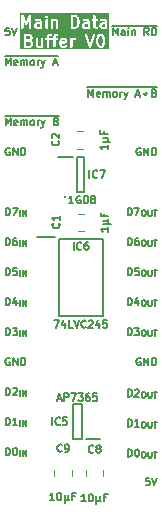
<source format=gto>
%TF.GenerationSoftware,KiCad,Pcbnew,9.0.7-9.0.7~ubuntu24.04.1*%
%TF.CreationDate,2026-01-24T10:38:14+02:00*%
%TF.ProjectId,Main Data Buffer,4d61696e-2044-4617-9461-204275666665,V0*%
%TF.SameCoordinates,Original*%
%TF.FileFunction,Legend,Top*%
%TF.FilePolarity,Positive*%
%FSLAX46Y46*%
G04 Gerber Fmt 4.6, Leading zero omitted, Abs format (unit mm)*
G04 Created by KiCad (PCBNEW 9.0.7-9.0.7~ubuntu24.04.1) date 2026-01-24 10:38:14*
%MOMM*%
%LPD*%
G01*
G04 APERTURE LIST*
%ADD10C,0.150000*%
%ADD11C,0.200000*%
%ADD12C,0.120000*%
G04 APERTURE END LIST*
D10*
X1265874Y-25685963D02*
X1265874Y-25050963D01*
X1265874Y-25050963D02*
X1417064Y-25050963D01*
X1417064Y-25050963D02*
X1507779Y-25081201D01*
X1507779Y-25081201D02*
X1568255Y-25141677D01*
X1568255Y-25141677D02*
X1598493Y-25202153D01*
X1598493Y-25202153D02*
X1628731Y-25323105D01*
X1628731Y-25323105D02*
X1628731Y-25413820D01*
X1628731Y-25413820D02*
X1598493Y-25534772D01*
X1598493Y-25534772D02*
X1568255Y-25595248D01*
X1568255Y-25595248D02*
X1507779Y-25655725D01*
X1507779Y-25655725D02*
X1417064Y-25685963D01*
X1417064Y-25685963D02*
X1265874Y-25685963D01*
X1840398Y-25050963D02*
X2233493Y-25050963D01*
X2233493Y-25050963D02*
X2021826Y-25292867D01*
X2021826Y-25292867D02*
X2112541Y-25292867D01*
X2112541Y-25292867D02*
X2173017Y-25323105D01*
X2173017Y-25323105D02*
X2203255Y-25353344D01*
X2203255Y-25353344D02*
X2233493Y-25413820D01*
X2233493Y-25413820D02*
X2233493Y-25565010D01*
X2233493Y-25565010D02*
X2203255Y-25625486D01*
X2203255Y-25625486D02*
X2173017Y-25655725D01*
X2173017Y-25655725D02*
X2112541Y-25685963D01*
X2112541Y-25685963D02*
X1931112Y-25685963D01*
X1931112Y-25685963D02*
X1870636Y-25655725D01*
X1870636Y-25655725D02*
X1840398Y-25625486D01*
X2475398Y-25756115D02*
X2475398Y-25248115D01*
X2717303Y-25756115D02*
X2717303Y-25248115D01*
X2717303Y-25248115D02*
X3007589Y-25756115D01*
X3007589Y-25756115D02*
X3007589Y-25248115D01*
X12673887Y-27621201D02*
X12613411Y-27590963D01*
X12613411Y-27590963D02*
X12522697Y-27590963D01*
X12522697Y-27590963D02*
X12431982Y-27621201D01*
X12431982Y-27621201D02*
X12371506Y-27681677D01*
X12371506Y-27681677D02*
X12341268Y-27742153D01*
X12341268Y-27742153D02*
X12311030Y-27863105D01*
X12311030Y-27863105D02*
X12311030Y-27953820D01*
X12311030Y-27953820D02*
X12341268Y-28074772D01*
X12341268Y-28074772D02*
X12371506Y-28135248D01*
X12371506Y-28135248D02*
X12431982Y-28195725D01*
X12431982Y-28195725D02*
X12522697Y-28225963D01*
X12522697Y-28225963D02*
X12583173Y-28225963D01*
X12583173Y-28225963D02*
X12673887Y-28195725D01*
X12673887Y-28195725D02*
X12704125Y-28165486D01*
X12704125Y-28165486D02*
X12704125Y-27953820D01*
X12704125Y-27953820D02*
X12583173Y-27953820D01*
X12976268Y-28225963D02*
X12976268Y-27590963D01*
X12976268Y-27590963D02*
X13339125Y-28225963D01*
X13339125Y-28225963D02*
X13339125Y-27590963D01*
X13641506Y-28225963D02*
X13641506Y-27590963D01*
X13641506Y-27590963D02*
X13792696Y-27590963D01*
X13792696Y-27590963D02*
X13883411Y-27621201D01*
X13883411Y-27621201D02*
X13943887Y-27681677D01*
X13943887Y-27681677D02*
X13974125Y-27742153D01*
X13974125Y-27742153D02*
X14004363Y-27863105D01*
X14004363Y-27863105D02*
X14004363Y-27953820D01*
X14004363Y-27953820D02*
X13974125Y-28074772D01*
X13974125Y-28074772D02*
X13943887Y-28135248D01*
X13943887Y-28135248D02*
X13883411Y-28195725D01*
X13883411Y-28195725D02*
X13792696Y-28225963D01*
X13792696Y-28225963D02*
X13641506Y-28225963D01*
X1265874Y-18065963D02*
X1265874Y-17430963D01*
X1265874Y-17430963D02*
X1417064Y-17430963D01*
X1417064Y-17430963D02*
X1507779Y-17461201D01*
X1507779Y-17461201D02*
X1568255Y-17521677D01*
X1568255Y-17521677D02*
X1598493Y-17582153D01*
X1598493Y-17582153D02*
X1628731Y-17703105D01*
X1628731Y-17703105D02*
X1628731Y-17793820D01*
X1628731Y-17793820D02*
X1598493Y-17914772D01*
X1598493Y-17914772D02*
X1568255Y-17975248D01*
X1568255Y-17975248D02*
X1507779Y-18035725D01*
X1507779Y-18035725D02*
X1417064Y-18065963D01*
X1417064Y-18065963D02*
X1265874Y-18065963D01*
X2173017Y-17430963D02*
X2052064Y-17430963D01*
X2052064Y-17430963D02*
X1991588Y-17461201D01*
X1991588Y-17461201D02*
X1961350Y-17491439D01*
X1961350Y-17491439D02*
X1900874Y-17582153D01*
X1900874Y-17582153D02*
X1870636Y-17703105D01*
X1870636Y-17703105D02*
X1870636Y-17945010D01*
X1870636Y-17945010D02*
X1900874Y-18005486D01*
X1900874Y-18005486D02*
X1931112Y-18035725D01*
X1931112Y-18035725D02*
X1991588Y-18065963D01*
X1991588Y-18065963D02*
X2112541Y-18065963D01*
X2112541Y-18065963D02*
X2173017Y-18035725D01*
X2173017Y-18035725D02*
X2203255Y-18005486D01*
X2203255Y-18005486D02*
X2233493Y-17945010D01*
X2233493Y-17945010D02*
X2233493Y-17793820D01*
X2233493Y-17793820D02*
X2203255Y-17733344D01*
X2203255Y-17733344D02*
X2173017Y-17703105D01*
X2173017Y-17703105D02*
X2112541Y-17672867D01*
X2112541Y-17672867D02*
X1991588Y-17672867D01*
X1991588Y-17672867D02*
X1931112Y-17703105D01*
X1931112Y-17703105D02*
X1900874Y-17733344D01*
X1900874Y-17733344D02*
X1870636Y-17793820D01*
X2475398Y-18136115D02*
X2475398Y-17628115D01*
X2717303Y-18136115D02*
X2717303Y-17628115D01*
X2717303Y-17628115D02*
X3007589Y-18136115D01*
X3007589Y-18136115D02*
X3007589Y-17628115D01*
X1265874Y-7905963D02*
X1265874Y-7270963D01*
X1265874Y-7270963D02*
X1477541Y-7724534D01*
X1477541Y-7724534D02*
X1689207Y-7270963D01*
X1689207Y-7270963D02*
X1689207Y-7905963D01*
X2233493Y-7875725D02*
X2173017Y-7905963D01*
X2173017Y-7905963D02*
X2052064Y-7905963D01*
X2052064Y-7905963D02*
X1991588Y-7875725D01*
X1991588Y-7875725D02*
X1961350Y-7815248D01*
X1961350Y-7815248D02*
X1961350Y-7573344D01*
X1961350Y-7573344D02*
X1991588Y-7512867D01*
X1991588Y-7512867D02*
X2052064Y-7482629D01*
X2052064Y-7482629D02*
X2173017Y-7482629D01*
X2173017Y-7482629D02*
X2233493Y-7512867D01*
X2233493Y-7512867D02*
X2263731Y-7573344D01*
X2263731Y-7573344D02*
X2263731Y-7633820D01*
X2263731Y-7633820D02*
X1961350Y-7694296D01*
X2535874Y-7905963D02*
X2535874Y-7482629D01*
X2535874Y-7543105D02*
X2566112Y-7512867D01*
X2566112Y-7512867D02*
X2626588Y-7482629D01*
X2626588Y-7482629D02*
X2717303Y-7482629D01*
X2717303Y-7482629D02*
X2777779Y-7512867D01*
X2777779Y-7512867D02*
X2808017Y-7573344D01*
X2808017Y-7573344D02*
X2808017Y-7905963D01*
X2808017Y-7573344D02*
X2838255Y-7512867D01*
X2838255Y-7512867D02*
X2898731Y-7482629D01*
X2898731Y-7482629D02*
X2989445Y-7482629D01*
X2989445Y-7482629D02*
X3049922Y-7512867D01*
X3049922Y-7512867D02*
X3080160Y-7573344D01*
X3080160Y-7573344D02*
X3080160Y-7905963D01*
X3473255Y-7905963D02*
X3412779Y-7875725D01*
X3412779Y-7875725D02*
X3382541Y-7845486D01*
X3382541Y-7845486D02*
X3352303Y-7785010D01*
X3352303Y-7785010D02*
X3352303Y-7603582D01*
X3352303Y-7603582D02*
X3382541Y-7543105D01*
X3382541Y-7543105D02*
X3412779Y-7512867D01*
X3412779Y-7512867D02*
X3473255Y-7482629D01*
X3473255Y-7482629D02*
X3563970Y-7482629D01*
X3563970Y-7482629D02*
X3624446Y-7512867D01*
X3624446Y-7512867D02*
X3654684Y-7543105D01*
X3654684Y-7543105D02*
X3684922Y-7603582D01*
X3684922Y-7603582D02*
X3684922Y-7785010D01*
X3684922Y-7785010D02*
X3654684Y-7845486D01*
X3654684Y-7845486D02*
X3624446Y-7875725D01*
X3624446Y-7875725D02*
X3563970Y-7905963D01*
X3563970Y-7905963D02*
X3473255Y-7905963D01*
X3957065Y-7905963D02*
X3957065Y-7482629D01*
X3957065Y-7603582D02*
X3987303Y-7543105D01*
X3987303Y-7543105D02*
X4017541Y-7512867D01*
X4017541Y-7512867D02*
X4078017Y-7482629D01*
X4078017Y-7482629D02*
X4138494Y-7482629D01*
X4289684Y-7482629D02*
X4440874Y-7905963D01*
X4592065Y-7482629D02*
X4440874Y-7905963D01*
X4440874Y-7905963D02*
X4380398Y-8057153D01*
X4380398Y-8057153D02*
X4350160Y-8087391D01*
X4350160Y-8087391D02*
X4289684Y-8117629D01*
X5529447Y-7573344D02*
X5620161Y-7603582D01*
X5620161Y-7603582D02*
X5650399Y-7633820D01*
X5650399Y-7633820D02*
X5680637Y-7694296D01*
X5680637Y-7694296D02*
X5680637Y-7785010D01*
X5680637Y-7785010D02*
X5650399Y-7845486D01*
X5650399Y-7845486D02*
X5620161Y-7875725D01*
X5620161Y-7875725D02*
X5559685Y-7905963D01*
X5559685Y-7905963D02*
X5317780Y-7905963D01*
X5317780Y-7905963D02*
X5317780Y-7270963D01*
X5317780Y-7270963D02*
X5529447Y-7270963D01*
X5529447Y-7270963D02*
X5589923Y-7301201D01*
X5589923Y-7301201D02*
X5620161Y-7331439D01*
X5620161Y-7331439D02*
X5650399Y-7391915D01*
X5650399Y-7391915D02*
X5650399Y-7452391D01*
X5650399Y-7452391D02*
X5620161Y-7512867D01*
X5620161Y-7512867D02*
X5589923Y-7543105D01*
X5589923Y-7543105D02*
X5529447Y-7573344D01*
X5529447Y-7573344D02*
X5317780Y-7573344D01*
X1178184Y-7094675D02*
X5738090Y-7094675D01*
X11585316Y-33432963D02*
X11585316Y-32797963D01*
X11585316Y-32797963D02*
X11736506Y-32797963D01*
X11736506Y-32797963D02*
X11827221Y-32828201D01*
X11827221Y-32828201D02*
X11887697Y-32888677D01*
X11887697Y-32888677D02*
X11917935Y-32949153D01*
X11917935Y-32949153D02*
X11948173Y-33070105D01*
X11948173Y-33070105D02*
X11948173Y-33160820D01*
X11948173Y-33160820D02*
X11917935Y-33281772D01*
X11917935Y-33281772D02*
X11887697Y-33342248D01*
X11887697Y-33342248D02*
X11827221Y-33402725D01*
X11827221Y-33402725D02*
X11736506Y-33432963D01*
X11736506Y-33432963D02*
X11585316Y-33432963D01*
X12552935Y-33432963D02*
X12190078Y-33432963D01*
X12371506Y-33432963D02*
X12371506Y-32797963D01*
X12371506Y-32797963D02*
X12311030Y-32888677D01*
X12311030Y-32888677D02*
X12250554Y-32949153D01*
X12250554Y-32949153D02*
X12190078Y-32979391D01*
X12891602Y-32995115D02*
X12988364Y-32995115D01*
X12988364Y-32995115D02*
X13036745Y-33019305D01*
X13036745Y-33019305D02*
X13085126Y-33067686D01*
X13085126Y-33067686D02*
X13109316Y-33164448D01*
X13109316Y-33164448D02*
X13109316Y-33333782D01*
X13109316Y-33333782D02*
X13085126Y-33430544D01*
X13085126Y-33430544D02*
X13036745Y-33478925D01*
X13036745Y-33478925D02*
X12988364Y-33503115D01*
X12988364Y-33503115D02*
X12891602Y-33503115D01*
X12891602Y-33503115D02*
X12843221Y-33478925D01*
X12843221Y-33478925D02*
X12794840Y-33430544D01*
X12794840Y-33430544D02*
X12770649Y-33333782D01*
X12770649Y-33333782D02*
X12770649Y-33164448D01*
X12770649Y-33164448D02*
X12794840Y-33067686D01*
X12794840Y-33067686D02*
X12843221Y-33019305D01*
X12843221Y-33019305D02*
X12891602Y-32995115D01*
X13327030Y-32995115D02*
X13327030Y-33406353D01*
X13327030Y-33406353D02*
X13351220Y-33454734D01*
X13351220Y-33454734D02*
X13375411Y-33478925D01*
X13375411Y-33478925D02*
X13423792Y-33503115D01*
X13423792Y-33503115D02*
X13520554Y-33503115D01*
X13520554Y-33503115D02*
X13568935Y-33478925D01*
X13568935Y-33478925D02*
X13593125Y-33454734D01*
X13593125Y-33454734D02*
X13617316Y-33406353D01*
X13617316Y-33406353D02*
X13617316Y-32995115D01*
X13786648Y-32995115D02*
X14076934Y-32995115D01*
X13931791Y-33503115D02*
X13931791Y-32995115D01*
X1265874Y-30765963D02*
X1265874Y-30130963D01*
X1265874Y-30130963D02*
X1417064Y-30130963D01*
X1417064Y-30130963D02*
X1507779Y-30161201D01*
X1507779Y-30161201D02*
X1568255Y-30221677D01*
X1568255Y-30221677D02*
X1598493Y-30282153D01*
X1598493Y-30282153D02*
X1628731Y-30403105D01*
X1628731Y-30403105D02*
X1628731Y-30493820D01*
X1628731Y-30493820D02*
X1598493Y-30614772D01*
X1598493Y-30614772D02*
X1568255Y-30675248D01*
X1568255Y-30675248D02*
X1507779Y-30735725D01*
X1507779Y-30735725D02*
X1417064Y-30765963D01*
X1417064Y-30765963D02*
X1265874Y-30765963D01*
X1870636Y-30191439D02*
X1900874Y-30161201D01*
X1900874Y-30161201D02*
X1961350Y-30130963D01*
X1961350Y-30130963D02*
X2112541Y-30130963D01*
X2112541Y-30130963D02*
X2173017Y-30161201D01*
X2173017Y-30161201D02*
X2203255Y-30191439D01*
X2203255Y-30191439D02*
X2233493Y-30251915D01*
X2233493Y-30251915D02*
X2233493Y-30312391D01*
X2233493Y-30312391D02*
X2203255Y-30403105D01*
X2203255Y-30403105D02*
X1840398Y-30765963D01*
X1840398Y-30765963D02*
X2233493Y-30765963D01*
X2475398Y-30836115D02*
X2475398Y-30328115D01*
X2717303Y-30836115D02*
X2717303Y-30328115D01*
X2717303Y-30328115D02*
X3007589Y-30836115D01*
X3007589Y-30836115D02*
X3007589Y-30328115D01*
X13429839Y-37750963D02*
X13127458Y-37750963D01*
X13127458Y-37750963D02*
X13097220Y-38053344D01*
X13097220Y-38053344D02*
X13127458Y-38023105D01*
X13127458Y-38023105D02*
X13187934Y-37992867D01*
X13187934Y-37992867D02*
X13339125Y-37992867D01*
X13339125Y-37992867D02*
X13399601Y-38023105D01*
X13399601Y-38023105D02*
X13429839Y-38053344D01*
X13429839Y-38053344D02*
X13460077Y-38113820D01*
X13460077Y-38113820D02*
X13460077Y-38265010D01*
X13460077Y-38265010D02*
X13429839Y-38325486D01*
X13429839Y-38325486D02*
X13399601Y-38355725D01*
X13399601Y-38355725D02*
X13339125Y-38385963D01*
X13339125Y-38385963D02*
X13187934Y-38385963D01*
X13187934Y-38385963D02*
X13127458Y-38355725D01*
X13127458Y-38355725D02*
X13097220Y-38325486D01*
X13641506Y-37750963D02*
X13853172Y-38385963D01*
X13853172Y-38385963D02*
X14064839Y-37750963D01*
X11585316Y-25685963D02*
X11585316Y-25050963D01*
X11585316Y-25050963D02*
X11736506Y-25050963D01*
X11736506Y-25050963D02*
X11827221Y-25081201D01*
X11827221Y-25081201D02*
X11887697Y-25141677D01*
X11887697Y-25141677D02*
X11917935Y-25202153D01*
X11917935Y-25202153D02*
X11948173Y-25323105D01*
X11948173Y-25323105D02*
X11948173Y-25413820D01*
X11948173Y-25413820D02*
X11917935Y-25534772D01*
X11917935Y-25534772D02*
X11887697Y-25595248D01*
X11887697Y-25595248D02*
X11827221Y-25655725D01*
X11827221Y-25655725D02*
X11736506Y-25685963D01*
X11736506Y-25685963D02*
X11585316Y-25685963D01*
X12159840Y-25050963D02*
X12552935Y-25050963D01*
X12552935Y-25050963D02*
X12341268Y-25292867D01*
X12341268Y-25292867D02*
X12431983Y-25292867D01*
X12431983Y-25292867D02*
X12492459Y-25323105D01*
X12492459Y-25323105D02*
X12522697Y-25353344D01*
X12522697Y-25353344D02*
X12552935Y-25413820D01*
X12552935Y-25413820D02*
X12552935Y-25565010D01*
X12552935Y-25565010D02*
X12522697Y-25625486D01*
X12522697Y-25625486D02*
X12492459Y-25655725D01*
X12492459Y-25655725D02*
X12431983Y-25685963D01*
X12431983Y-25685963D02*
X12250554Y-25685963D01*
X12250554Y-25685963D02*
X12190078Y-25655725D01*
X12190078Y-25655725D02*
X12159840Y-25625486D01*
X12891602Y-25248115D02*
X12988364Y-25248115D01*
X12988364Y-25248115D02*
X13036745Y-25272305D01*
X13036745Y-25272305D02*
X13085126Y-25320686D01*
X13085126Y-25320686D02*
X13109316Y-25417448D01*
X13109316Y-25417448D02*
X13109316Y-25586782D01*
X13109316Y-25586782D02*
X13085126Y-25683544D01*
X13085126Y-25683544D02*
X13036745Y-25731925D01*
X13036745Y-25731925D02*
X12988364Y-25756115D01*
X12988364Y-25756115D02*
X12891602Y-25756115D01*
X12891602Y-25756115D02*
X12843221Y-25731925D01*
X12843221Y-25731925D02*
X12794840Y-25683544D01*
X12794840Y-25683544D02*
X12770649Y-25586782D01*
X12770649Y-25586782D02*
X12770649Y-25417448D01*
X12770649Y-25417448D02*
X12794840Y-25320686D01*
X12794840Y-25320686D02*
X12843221Y-25272305D01*
X12843221Y-25272305D02*
X12891602Y-25248115D01*
X13327030Y-25248115D02*
X13327030Y-25659353D01*
X13327030Y-25659353D02*
X13351220Y-25707734D01*
X13351220Y-25707734D02*
X13375411Y-25731925D01*
X13375411Y-25731925D02*
X13423792Y-25756115D01*
X13423792Y-25756115D02*
X13520554Y-25756115D01*
X13520554Y-25756115D02*
X13568935Y-25731925D01*
X13568935Y-25731925D02*
X13593125Y-25707734D01*
X13593125Y-25707734D02*
X13617316Y-25659353D01*
X13617316Y-25659353D02*
X13617316Y-25248115D01*
X13786648Y-25248115D02*
X14076934Y-25248115D01*
X13931791Y-25756115D02*
X13931791Y-25248115D01*
X8259124Y-5492963D02*
X8259124Y-4857963D01*
X8259124Y-4857963D02*
X8470791Y-5311534D01*
X8470791Y-5311534D02*
X8682457Y-4857963D01*
X8682457Y-4857963D02*
X8682457Y-5492963D01*
X9226743Y-5462725D02*
X9166267Y-5492963D01*
X9166267Y-5492963D02*
X9045314Y-5492963D01*
X9045314Y-5492963D02*
X8984838Y-5462725D01*
X8984838Y-5462725D02*
X8954600Y-5402248D01*
X8954600Y-5402248D02*
X8954600Y-5160344D01*
X8954600Y-5160344D02*
X8984838Y-5099867D01*
X8984838Y-5099867D02*
X9045314Y-5069629D01*
X9045314Y-5069629D02*
X9166267Y-5069629D01*
X9166267Y-5069629D02*
X9226743Y-5099867D01*
X9226743Y-5099867D02*
X9256981Y-5160344D01*
X9256981Y-5160344D02*
X9256981Y-5220820D01*
X9256981Y-5220820D02*
X8954600Y-5281296D01*
X9529124Y-5492963D02*
X9529124Y-5069629D01*
X9529124Y-5130105D02*
X9559362Y-5099867D01*
X9559362Y-5099867D02*
X9619838Y-5069629D01*
X9619838Y-5069629D02*
X9710553Y-5069629D01*
X9710553Y-5069629D02*
X9771029Y-5099867D01*
X9771029Y-5099867D02*
X9801267Y-5160344D01*
X9801267Y-5160344D02*
X9801267Y-5492963D01*
X9801267Y-5160344D02*
X9831505Y-5099867D01*
X9831505Y-5099867D02*
X9891981Y-5069629D01*
X9891981Y-5069629D02*
X9982695Y-5069629D01*
X9982695Y-5069629D02*
X10043172Y-5099867D01*
X10043172Y-5099867D02*
X10073410Y-5160344D01*
X10073410Y-5160344D02*
X10073410Y-5492963D01*
X10466505Y-5492963D02*
X10406029Y-5462725D01*
X10406029Y-5462725D02*
X10375791Y-5432486D01*
X10375791Y-5432486D02*
X10345553Y-5372010D01*
X10345553Y-5372010D02*
X10345553Y-5190582D01*
X10345553Y-5190582D02*
X10375791Y-5130105D01*
X10375791Y-5130105D02*
X10406029Y-5099867D01*
X10406029Y-5099867D02*
X10466505Y-5069629D01*
X10466505Y-5069629D02*
X10557220Y-5069629D01*
X10557220Y-5069629D02*
X10617696Y-5099867D01*
X10617696Y-5099867D02*
X10647934Y-5130105D01*
X10647934Y-5130105D02*
X10678172Y-5190582D01*
X10678172Y-5190582D02*
X10678172Y-5372010D01*
X10678172Y-5372010D02*
X10647934Y-5432486D01*
X10647934Y-5432486D02*
X10617696Y-5462725D01*
X10617696Y-5462725D02*
X10557220Y-5492963D01*
X10557220Y-5492963D02*
X10466505Y-5492963D01*
X10950315Y-5492963D02*
X10950315Y-5069629D01*
X10950315Y-5190582D02*
X10980553Y-5130105D01*
X10980553Y-5130105D02*
X11010791Y-5099867D01*
X11010791Y-5099867D02*
X11071267Y-5069629D01*
X11071267Y-5069629D02*
X11131744Y-5069629D01*
X11282934Y-5069629D02*
X11434124Y-5492963D01*
X11585315Y-5069629D02*
X11434124Y-5492963D01*
X11434124Y-5492963D02*
X11373648Y-5644153D01*
X11373648Y-5644153D02*
X11343410Y-5674391D01*
X11343410Y-5674391D02*
X11282934Y-5704629D01*
X12280792Y-5311534D02*
X12583173Y-5311534D01*
X12220316Y-5492963D02*
X12431982Y-4857963D01*
X12431982Y-4857963D02*
X12643649Y-5492963D01*
X13036745Y-5190582D02*
X13036745Y-5311534D01*
X13066983Y-5311534D02*
X13066983Y-5190582D01*
X13097221Y-5160344D02*
X13097221Y-5341772D01*
X13127459Y-5311534D02*
X13127459Y-5190582D01*
X13157697Y-5190582D02*
X13157697Y-5311534D01*
X13036745Y-5281296D02*
X13097221Y-5341772D01*
X13097221Y-5341772D02*
X13157697Y-5281296D01*
X13036745Y-5220820D02*
X13097221Y-5160344D01*
X13097221Y-5160344D02*
X13157697Y-5220820D01*
X13036745Y-5190582D02*
X13097221Y-5160344D01*
X13097221Y-5160344D02*
X13157697Y-5190582D01*
X13157697Y-5190582D02*
X13187935Y-5251058D01*
X13187935Y-5251058D02*
X13157697Y-5311534D01*
X13157697Y-5311534D02*
X13097221Y-5341772D01*
X13097221Y-5341772D02*
X13036745Y-5311534D01*
X13036745Y-5311534D02*
X13006506Y-5251058D01*
X13006506Y-5251058D02*
X13036745Y-5190582D01*
X13853173Y-5160344D02*
X13943887Y-5190582D01*
X13943887Y-5190582D02*
X13974125Y-5220820D01*
X13974125Y-5220820D02*
X14004363Y-5281296D01*
X14004363Y-5281296D02*
X14004363Y-5372010D01*
X14004363Y-5372010D02*
X13974125Y-5432486D01*
X13974125Y-5432486D02*
X13943887Y-5462725D01*
X13943887Y-5462725D02*
X13883411Y-5492963D01*
X13883411Y-5492963D02*
X13641506Y-5492963D01*
X13641506Y-5492963D02*
X13641506Y-4857963D01*
X13641506Y-4857963D02*
X13853173Y-4857963D01*
X13853173Y-4857963D02*
X13913649Y-4888201D01*
X13913649Y-4888201D02*
X13943887Y-4918439D01*
X13943887Y-4918439D02*
X13974125Y-4978915D01*
X13974125Y-4978915D02*
X13974125Y-5039391D01*
X13974125Y-5039391D02*
X13943887Y-5099867D01*
X13943887Y-5099867D02*
X13913649Y-5130105D01*
X13913649Y-5130105D02*
X13853173Y-5160344D01*
X13853173Y-5160344D02*
X13641506Y-5160344D01*
X8171434Y-4681675D02*
X14061816Y-4681675D01*
X1598493Y-27621201D02*
X1538017Y-27590963D01*
X1538017Y-27590963D02*
X1447303Y-27590963D01*
X1447303Y-27590963D02*
X1356588Y-27621201D01*
X1356588Y-27621201D02*
X1296112Y-27681677D01*
X1296112Y-27681677D02*
X1265874Y-27742153D01*
X1265874Y-27742153D02*
X1235636Y-27863105D01*
X1235636Y-27863105D02*
X1235636Y-27953820D01*
X1235636Y-27953820D02*
X1265874Y-28074772D01*
X1265874Y-28074772D02*
X1296112Y-28135248D01*
X1296112Y-28135248D02*
X1356588Y-28195725D01*
X1356588Y-28195725D02*
X1447303Y-28225963D01*
X1447303Y-28225963D02*
X1507779Y-28225963D01*
X1507779Y-28225963D02*
X1598493Y-28195725D01*
X1598493Y-28195725D02*
X1628731Y-28165486D01*
X1628731Y-28165486D02*
X1628731Y-27953820D01*
X1628731Y-27953820D02*
X1507779Y-27953820D01*
X1900874Y-28225963D02*
X1900874Y-27590963D01*
X1900874Y-27590963D02*
X2263731Y-28225963D01*
X2263731Y-28225963D02*
X2263731Y-27590963D01*
X2566112Y-28225963D02*
X2566112Y-27590963D01*
X2566112Y-27590963D02*
X2717302Y-27590963D01*
X2717302Y-27590963D02*
X2808017Y-27621201D01*
X2808017Y-27621201D02*
X2868493Y-27681677D01*
X2868493Y-27681677D02*
X2898731Y-27742153D01*
X2898731Y-27742153D02*
X2928969Y-27863105D01*
X2928969Y-27863105D02*
X2928969Y-27953820D01*
X2928969Y-27953820D02*
X2898731Y-28074772D01*
X2898731Y-28074772D02*
X2868493Y-28135248D01*
X2868493Y-28135248D02*
X2808017Y-28195725D01*
X2808017Y-28195725D02*
X2717302Y-28225963D01*
X2717302Y-28225963D02*
X2566112Y-28225963D01*
X1265874Y-15525963D02*
X1265874Y-14890963D01*
X1265874Y-14890963D02*
X1417064Y-14890963D01*
X1417064Y-14890963D02*
X1507779Y-14921201D01*
X1507779Y-14921201D02*
X1568255Y-14981677D01*
X1568255Y-14981677D02*
X1598493Y-15042153D01*
X1598493Y-15042153D02*
X1628731Y-15163105D01*
X1628731Y-15163105D02*
X1628731Y-15253820D01*
X1628731Y-15253820D02*
X1598493Y-15374772D01*
X1598493Y-15374772D02*
X1568255Y-15435248D01*
X1568255Y-15435248D02*
X1507779Y-15495725D01*
X1507779Y-15495725D02*
X1417064Y-15525963D01*
X1417064Y-15525963D02*
X1265874Y-15525963D01*
X1840398Y-14890963D02*
X2263731Y-14890963D01*
X2263731Y-14890963D02*
X1991588Y-15525963D01*
X2475398Y-15596115D02*
X2475398Y-15088115D01*
X2717303Y-15596115D02*
X2717303Y-15088115D01*
X2717303Y-15088115D02*
X3007589Y-15596115D01*
X3007589Y-15596115D02*
X3007589Y-15088115D01*
X11585316Y-23145963D02*
X11585316Y-22510963D01*
X11585316Y-22510963D02*
X11736506Y-22510963D01*
X11736506Y-22510963D02*
X11827221Y-22541201D01*
X11827221Y-22541201D02*
X11887697Y-22601677D01*
X11887697Y-22601677D02*
X11917935Y-22662153D01*
X11917935Y-22662153D02*
X11948173Y-22783105D01*
X11948173Y-22783105D02*
X11948173Y-22873820D01*
X11948173Y-22873820D02*
X11917935Y-22994772D01*
X11917935Y-22994772D02*
X11887697Y-23055248D01*
X11887697Y-23055248D02*
X11827221Y-23115725D01*
X11827221Y-23115725D02*
X11736506Y-23145963D01*
X11736506Y-23145963D02*
X11585316Y-23145963D01*
X12492459Y-22722629D02*
X12492459Y-23145963D01*
X12341268Y-22480725D02*
X12190078Y-22934296D01*
X12190078Y-22934296D02*
X12583173Y-22934296D01*
X12891602Y-22708115D02*
X12988364Y-22708115D01*
X12988364Y-22708115D02*
X13036745Y-22732305D01*
X13036745Y-22732305D02*
X13085126Y-22780686D01*
X13085126Y-22780686D02*
X13109316Y-22877448D01*
X13109316Y-22877448D02*
X13109316Y-23046782D01*
X13109316Y-23046782D02*
X13085126Y-23143544D01*
X13085126Y-23143544D02*
X13036745Y-23191925D01*
X13036745Y-23191925D02*
X12988364Y-23216115D01*
X12988364Y-23216115D02*
X12891602Y-23216115D01*
X12891602Y-23216115D02*
X12843221Y-23191925D01*
X12843221Y-23191925D02*
X12794840Y-23143544D01*
X12794840Y-23143544D02*
X12770649Y-23046782D01*
X12770649Y-23046782D02*
X12770649Y-22877448D01*
X12770649Y-22877448D02*
X12794840Y-22780686D01*
X12794840Y-22780686D02*
X12843221Y-22732305D01*
X12843221Y-22732305D02*
X12891602Y-22708115D01*
X13327030Y-22708115D02*
X13327030Y-23119353D01*
X13327030Y-23119353D02*
X13351220Y-23167734D01*
X13351220Y-23167734D02*
X13375411Y-23191925D01*
X13375411Y-23191925D02*
X13423792Y-23216115D01*
X13423792Y-23216115D02*
X13520554Y-23216115D01*
X13520554Y-23216115D02*
X13568935Y-23191925D01*
X13568935Y-23191925D02*
X13593125Y-23167734D01*
X13593125Y-23167734D02*
X13617316Y-23119353D01*
X13617316Y-23119353D02*
X13617316Y-22708115D01*
X13786648Y-22708115D02*
X14076934Y-22708115D01*
X13931791Y-23216115D02*
X13931791Y-22708115D01*
X12673887Y-9841201D02*
X12613411Y-9810963D01*
X12613411Y-9810963D02*
X12522697Y-9810963D01*
X12522697Y-9810963D02*
X12431982Y-9841201D01*
X12431982Y-9841201D02*
X12371506Y-9901677D01*
X12371506Y-9901677D02*
X12341268Y-9962153D01*
X12341268Y-9962153D02*
X12311030Y-10083105D01*
X12311030Y-10083105D02*
X12311030Y-10173820D01*
X12311030Y-10173820D02*
X12341268Y-10294772D01*
X12341268Y-10294772D02*
X12371506Y-10355248D01*
X12371506Y-10355248D02*
X12431982Y-10415725D01*
X12431982Y-10415725D02*
X12522697Y-10445963D01*
X12522697Y-10445963D02*
X12583173Y-10445963D01*
X12583173Y-10445963D02*
X12673887Y-10415725D01*
X12673887Y-10415725D02*
X12704125Y-10385486D01*
X12704125Y-10385486D02*
X12704125Y-10173820D01*
X12704125Y-10173820D02*
X12583173Y-10173820D01*
X12976268Y-10445963D02*
X12976268Y-9810963D01*
X12976268Y-9810963D02*
X13339125Y-10445963D01*
X13339125Y-10445963D02*
X13339125Y-9810963D01*
X13641506Y-10445963D02*
X13641506Y-9810963D01*
X13641506Y-9810963D02*
X13792696Y-9810963D01*
X13792696Y-9810963D02*
X13883411Y-9841201D01*
X13883411Y-9841201D02*
X13943887Y-9901677D01*
X13943887Y-9901677D02*
X13974125Y-9962153D01*
X13974125Y-9962153D02*
X14004363Y-10083105D01*
X14004363Y-10083105D02*
X14004363Y-10173820D01*
X14004363Y-10173820D02*
X13974125Y-10294772D01*
X13974125Y-10294772D02*
X13943887Y-10355248D01*
X13943887Y-10355248D02*
X13883411Y-10415725D01*
X13883411Y-10415725D02*
X13792696Y-10445963D01*
X13792696Y-10445963D02*
X13641506Y-10445963D01*
X1265874Y-33305963D02*
X1265874Y-32670963D01*
X1265874Y-32670963D02*
X1417064Y-32670963D01*
X1417064Y-32670963D02*
X1507779Y-32701201D01*
X1507779Y-32701201D02*
X1568255Y-32761677D01*
X1568255Y-32761677D02*
X1598493Y-32822153D01*
X1598493Y-32822153D02*
X1628731Y-32943105D01*
X1628731Y-32943105D02*
X1628731Y-33033820D01*
X1628731Y-33033820D02*
X1598493Y-33154772D01*
X1598493Y-33154772D02*
X1568255Y-33215248D01*
X1568255Y-33215248D02*
X1507779Y-33275725D01*
X1507779Y-33275725D02*
X1417064Y-33305963D01*
X1417064Y-33305963D02*
X1265874Y-33305963D01*
X2233493Y-33305963D02*
X1870636Y-33305963D01*
X2052064Y-33305963D02*
X2052064Y-32670963D01*
X2052064Y-32670963D02*
X1991588Y-32761677D01*
X1991588Y-32761677D02*
X1931112Y-32822153D01*
X1931112Y-32822153D02*
X1870636Y-32852391D01*
X2475398Y-33376115D02*
X2475398Y-32868115D01*
X2717303Y-33376115D02*
X2717303Y-32868115D01*
X2717303Y-32868115D02*
X3007589Y-33376115D01*
X3007589Y-33376115D02*
X3007589Y-32868115D01*
X1265874Y-20605963D02*
X1265874Y-19970963D01*
X1265874Y-19970963D02*
X1417064Y-19970963D01*
X1417064Y-19970963D02*
X1507779Y-20001201D01*
X1507779Y-20001201D02*
X1568255Y-20061677D01*
X1568255Y-20061677D02*
X1598493Y-20122153D01*
X1598493Y-20122153D02*
X1628731Y-20243105D01*
X1628731Y-20243105D02*
X1628731Y-20333820D01*
X1628731Y-20333820D02*
X1598493Y-20454772D01*
X1598493Y-20454772D02*
X1568255Y-20515248D01*
X1568255Y-20515248D02*
X1507779Y-20575725D01*
X1507779Y-20575725D02*
X1417064Y-20605963D01*
X1417064Y-20605963D02*
X1265874Y-20605963D01*
X2203255Y-19970963D02*
X1900874Y-19970963D01*
X1900874Y-19970963D02*
X1870636Y-20273344D01*
X1870636Y-20273344D02*
X1900874Y-20243105D01*
X1900874Y-20243105D02*
X1961350Y-20212867D01*
X1961350Y-20212867D02*
X2112541Y-20212867D01*
X2112541Y-20212867D02*
X2173017Y-20243105D01*
X2173017Y-20243105D02*
X2203255Y-20273344D01*
X2203255Y-20273344D02*
X2233493Y-20333820D01*
X2233493Y-20333820D02*
X2233493Y-20485010D01*
X2233493Y-20485010D02*
X2203255Y-20545486D01*
X2203255Y-20545486D02*
X2173017Y-20575725D01*
X2173017Y-20575725D02*
X2112541Y-20605963D01*
X2112541Y-20605963D02*
X1961350Y-20605963D01*
X1961350Y-20605963D02*
X1900874Y-20575725D01*
X1900874Y-20575725D02*
X1870636Y-20545486D01*
X2475398Y-20676115D02*
X2475398Y-20168115D01*
X2717303Y-20676115D02*
X2717303Y-20168115D01*
X2717303Y-20168115D02*
X3007589Y-20676115D01*
X3007589Y-20676115D02*
X3007589Y-20168115D01*
X1265874Y-35845963D02*
X1265874Y-35210963D01*
X1265874Y-35210963D02*
X1417064Y-35210963D01*
X1417064Y-35210963D02*
X1507779Y-35241201D01*
X1507779Y-35241201D02*
X1568255Y-35301677D01*
X1568255Y-35301677D02*
X1598493Y-35362153D01*
X1598493Y-35362153D02*
X1628731Y-35483105D01*
X1628731Y-35483105D02*
X1628731Y-35573820D01*
X1628731Y-35573820D02*
X1598493Y-35694772D01*
X1598493Y-35694772D02*
X1568255Y-35755248D01*
X1568255Y-35755248D02*
X1507779Y-35815725D01*
X1507779Y-35815725D02*
X1417064Y-35845963D01*
X1417064Y-35845963D02*
X1265874Y-35845963D01*
X2021826Y-35210963D02*
X2082303Y-35210963D01*
X2082303Y-35210963D02*
X2142779Y-35241201D01*
X2142779Y-35241201D02*
X2173017Y-35271439D01*
X2173017Y-35271439D02*
X2203255Y-35331915D01*
X2203255Y-35331915D02*
X2233493Y-35452867D01*
X2233493Y-35452867D02*
X2233493Y-35604058D01*
X2233493Y-35604058D02*
X2203255Y-35725010D01*
X2203255Y-35725010D02*
X2173017Y-35785486D01*
X2173017Y-35785486D02*
X2142779Y-35815725D01*
X2142779Y-35815725D02*
X2082303Y-35845963D01*
X2082303Y-35845963D02*
X2021826Y-35845963D01*
X2021826Y-35845963D02*
X1961350Y-35815725D01*
X1961350Y-35815725D02*
X1931112Y-35785486D01*
X1931112Y-35785486D02*
X1900874Y-35725010D01*
X1900874Y-35725010D02*
X1870636Y-35604058D01*
X1870636Y-35604058D02*
X1870636Y-35452867D01*
X1870636Y-35452867D02*
X1900874Y-35331915D01*
X1900874Y-35331915D02*
X1931112Y-35271439D01*
X1931112Y-35271439D02*
X1961350Y-35241201D01*
X1961350Y-35241201D02*
X2021826Y-35210963D01*
X2475398Y-35916115D02*
X2475398Y-35408115D01*
X2717303Y-35916115D02*
X2717303Y-35408115D01*
X2717303Y-35408115D02*
X3007589Y-35916115D01*
X3007589Y-35916115D02*
X3007589Y-35408115D01*
X1598493Y-9841201D02*
X1538017Y-9810963D01*
X1538017Y-9810963D02*
X1447303Y-9810963D01*
X1447303Y-9810963D02*
X1356588Y-9841201D01*
X1356588Y-9841201D02*
X1296112Y-9901677D01*
X1296112Y-9901677D02*
X1265874Y-9962153D01*
X1265874Y-9962153D02*
X1235636Y-10083105D01*
X1235636Y-10083105D02*
X1235636Y-10173820D01*
X1235636Y-10173820D02*
X1265874Y-10294772D01*
X1265874Y-10294772D02*
X1296112Y-10355248D01*
X1296112Y-10355248D02*
X1356588Y-10415725D01*
X1356588Y-10415725D02*
X1447303Y-10445963D01*
X1447303Y-10445963D02*
X1507779Y-10445963D01*
X1507779Y-10445963D02*
X1598493Y-10415725D01*
X1598493Y-10415725D02*
X1628731Y-10385486D01*
X1628731Y-10385486D02*
X1628731Y-10173820D01*
X1628731Y-10173820D02*
X1507779Y-10173820D01*
X1900874Y-10445963D02*
X1900874Y-9810963D01*
X1900874Y-9810963D02*
X2263731Y-10445963D01*
X2263731Y-10445963D02*
X2263731Y-9810963D01*
X2566112Y-10445963D02*
X2566112Y-9810963D01*
X2566112Y-9810963D02*
X2717302Y-9810963D01*
X2717302Y-9810963D02*
X2808017Y-9841201D01*
X2808017Y-9841201D02*
X2868493Y-9901677D01*
X2868493Y-9901677D02*
X2898731Y-9962153D01*
X2898731Y-9962153D02*
X2928969Y-10083105D01*
X2928969Y-10083105D02*
X2928969Y-10173820D01*
X2928969Y-10173820D02*
X2898731Y-10294772D01*
X2898731Y-10294772D02*
X2868493Y-10355248D01*
X2868493Y-10355248D02*
X2808017Y-10415725D01*
X2808017Y-10415725D02*
X2717302Y-10445963D01*
X2717302Y-10445963D02*
X2566112Y-10445963D01*
X1265874Y-23145963D02*
X1265874Y-22510963D01*
X1265874Y-22510963D02*
X1417064Y-22510963D01*
X1417064Y-22510963D02*
X1507779Y-22541201D01*
X1507779Y-22541201D02*
X1568255Y-22601677D01*
X1568255Y-22601677D02*
X1598493Y-22662153D01*
X1598493Y-22662153D02*
X1628731Y-22783105D01*
X1628731Y-22783105D02*
X1628731Y-22873820D01*
X1628731Y-22873820D02*
X1598493Y-22994772D01*
X1598493Y-22994772D02*
X1568255Y-23055248D01*
X1568255Y-23055248D02*
X1507779Y-23115725D01*
X1507779Y-23115725D02*
X1417064Y-23145963D01*
X1417064Y-23145963D02*
X1265874Y-23145963D01*
X2173017Y-22722629D02*
X2173017Y-23145963D01*
X2021826Y-22480725D02*
X1870636Y-22934296D01*
X1870636Y-22934296D02*
X2263731Y-22934296D01*
X2475398Y-23216115D02*
X2475398Y-22708115D01*
X2717303Y-23216115D02*
X2717303Y-22708115D01*
X2717303Y-22708115D02*
X3007589Y-23216115D01*
X3007589Y-23216115D02*
X3007589Y-22708115D01*
X11585316Y-15525963D02*
X11585316Y-14890963D01*
X11585316Y-14890963D02*
X11736506Y-14890963D01*
X11736506Y-14890963D02*
X11827221Y-14921201D01*
X11827221Y-14921201D02*
X11887697Y-14981677D01*
X11887697Y-14981677D02*
X11917935Y-15042153D01*
X11917935Y-15042153D02*
X11948173Y-15163105D01*
X11948173Y-15163105D02*
X11948173Y-15253820D01*
X11948173Y-15253820D02*
X11917935Y-15374772D01*
X11917935Y-15374772D02*
X11887697Y-15435248D01*
X11887697Y-15435248D02*
X11827221Y-15495725D01*
X11827221Y-15495725D02*
X11736506Y-15525963D01*
X11736506Y-15525963D02*
X11585316Y-15525963D01*
X12159840Y-14890963D02*
X12583173Y-14890963D01*
X12583173Y-14890963D02*
X12311030Y-15525963D01*
X12891602Y-15088115D02*
X12988364Y-15088115D01*
X12988364Y-15088115D02*
X13036745Y-15112305D01*
X13036745Y-15112305D02*
X13085126Y-15160686D01*
X13085126Y-15160686D02*
X13109316Y-15257448D01*
X13109316Y-15257448D02*
X13109316Y-15426782D01*
X13109316Y-15426782D02*
X13085126Y-15523544D01*
X13085126Y-15523544D02*
X13036745Y-15571925D01*
X13036745Y-15571925D02*
X12988364Y-15596115D01*
X12988364Y-15596115D02*
X12891602Y-15596115D01*
X12891602Y-15596115D02*
X12843221Y-15571925D01*
X12843221Y-15571925D02*
X12794840Y-15523544D01*
X12794840Y-15523544D02*
X12770649Y-15426782D01*
X12770649Y-15426782D02*
X12770649Y-15257448D01*
X12770649Y-15257448D02*
X12794840Y-15160686D01*
X12794840Y-15160686D02*
X12843221Y-15112305D01*
X12843221Y-15112305D02*
X12891602Y-15088115D01*
X13327030Y-15088115D02*
X13327030Y-15499353D01*
X13327030Y-15499353D02*
X13351220Y-15547734D01*
X13351220Y-15547734D02*
X13375411Y-15571925D01*
X13375411Y-15571925D02*
X13423792Y-15596115D01*
X13423792Y-15596115D02*
X13520554Y-15596115D01*
X13520554Y-15596115D02*
X13568935Y-15571925D01*
X13568935Y-15571925D02*
X13593125Y-15547734D01*
X13593125Y-15547734D02*
X13617316Y-15499353D01*
X13617316Y-15499353D02*
X13617316Y-15088115D01*
X13786648Y-15088115D02*
X14076934Y-15088115D01*
X13931791Y-15596115D02*
X13931791Y-15088115D01*
X1568255Y349036D02*
X1265874Y349036D01*
X1265874Y349036D02*
X1235636Y46655D01*
X1235636Y46655D02*
X1265874Y76894D01*
X1265874Y76894D02*
X1326350Y107132D01*
X1326350Y107132D02*
X1477541Y107132D01*
X1477541Y107132D02*
X1538017Y76894D01*
X1538017Y76894D02*
X1568255Y46655D01*
X1568255Y46655D02*
X1598493Y-13820D01*
X1598493Y-13820D02*
X1598493Y-165010D01*
X1598493Y-165010D02*
X1568255Y-225486D01*
X1568255Y-225486D02*
X1538017Y-255725D01*
X1538017Y-255725D02*
X1477541Y-285963D01*
X1477541Y-285963D02*
X1326350Y-285963D01*
X1326350Y-285963D02*
X1265874Y-255725D01*
X1265874Y-255725D02*
X1235636Y-225486D01*
X1779922Y349036D02*
X1991588Y-285963D01*
X1991588Y-285963D02*
X2203255Y349036D01*
X11585316Y-20605963D02*
X11585316Y-19970963D01*
X11585316Y-19970963D02*
X11736506Y-19970963D01*
X11736506Y-19970963D02*
X11827221Y-20001201D01*
X11827221Y-20001201D02*
X11887697Y-20061677D01*
X11887697Y-20061677D02*
X11917935Y-20122153D01*
X11917935Y-20122153D02*
X11948173Y-20243105D01*
X11948173Y-20243105D02*
X11948173Y-20333820D01*
X11948173Y-20333820D02*
X11917935Y-20454772D01*
X11917935Y-20454772D02*
X11887697Y-20515248D01*
X11887697Y-20515248D02*
X11827221Y-20575725D01*
X11827221Y-20575725D02*
X11736506Y-20605963D01*
X11736506Y-20605963D02*
X11585316Y-20605963D01*
X12522697Y-19970963D02*
X12220316Y-19970963D01*
X12220316Y-19970963D02*
X12190078Y-20273344D01*
X12190078Y-20273344D02*
X12220316Y-20243105D01*
X12220316Y-20243105D02*
X12280792Y-20212867D01*
X12280792Y-20212867D02*
X12431983Y-20212867D01*
X12431983Y-20212867D02*
X12492459Y-20243105D01*
X12492459Y-20243105D02*
X12522697Y-20273344D01*
X12522697Y-20273344D02*
X12552935Y-20333820D01*
X12552935Y-20333820D02*
X12552935Y-20485010D01*
X12552935Y-20485010D02*
X12522697Y-20545486D01*
X12522697Y-20545486D02*
X12492459Y-20575725D01*
X12492459Y-20575725D02*
X12431983Y-20605963D01*
X12431983Y-20605963D02*
X12280792Y-20605963D01*
X12280792Y-20605963D02*
X12220316Y-20575725D01*
X12220316Y-20575725D02*
X12190078Y-20545486D01*
X12891602Y-20168115D02*
X12988364Y-20168115D01*
X12988364Y-20168115D02*
X13036745Y-20192305D01*
X13036745Y-20192305D02*
X13085126Y-20240686D01*
X13085126Y-20240686D02*
X13109316Y-20337448D01*
X13109316Y-20337448D02*
X13109316Y-20506782D01*
X13109316Y-20506782D02*
X13085126Y-20603544D01*
X13085126Y-20603544D02*
X13036745Y-20651925D01*
X13036745Y-20651925D02*
X12988364Y-20676115D01*
X12988364Y-20676115D02*
X12891602Y-20676115D01*
X12891602Y-20676115D02*
X12843221Y-20651925D01*
X12843221Y-20651925D02*
X12794840Y-20603544D01*
X12794840Y-20603544D02*
X12770649Y-20506782D01*
X12770649Y-20506782D02*
X12770649Y-20337448D01*
X12770649Y-20337448D02*
X12794840Y-20240686D01*
X12794840Y-20240686D02*
X12843221Y-20192305D01*
X12843221Y-20192305D02*
X12891602Y-20168115D01*
X13327030Y-20168115D02*
X13327030Y-20579353D01*
X13327030Y-20579353D02*
X13351220Y-20627734D01*
X13351220Y-20627734D02*
X13375411Y-20651925D01*
X13375411Y-20651925D02*
X13423792Y-20676115D01*
X13423792Y-20676115D02*
X13520554Y-20676115D01*
X13520554Y-20676115D02*
X13568935Y-20651925D01*
X13568935Y-20651925D02*
X13593125Y-20627734D01*
X13593125Y-20627734D02*
X13617316Y-20579353D01*
X13617316Y-20579353D02*
X13617316Y-20168115D01*
X13786648Y-20168115D02*
X14076934Y-20168115D01*
X13931791Y-20676115D02*
X13931791Y-20168115D01*
D11*
G36*
X3335646Y-868402D02*
G01*
X3355098Y-887854D01*
X3384903Y-947464D01*
X3384903Y-1043107D01*
X3355098Y-1102715D01*
X3330429Y-1127385D01*
X3270820Y-1157191D01*
X3013475Y-1157191D01*
X3013475Y-833381D01*
X3230581Y-833381D01*
X3335646Y-868402D01*
G37*
G36*
X3282810Y-386996D02*
G01*
X3307479Y-411664D01*
X3337284Y-471274D01*
X3337284Y-519298D01*
X3307479Y-578907D01*
X3282810Y-603575D01*
X3223201Y-633381D01*
X3013475Y-633381D01*
X3013475Y-357191D01*
X3223201Y-357191D01*
X3282810Y-386996D01*
G37*
G36*
X6267511Y-712679D02*
G01*
X6284961Y-747579D01*
X6013476Y-801876D01*
X6013476Y-756988D01*
X6035631Y-712678D01*
X6079940Y-690524D01*
X6223202Y-690524D01*
X6267511Y-712679D01*
G37*
G36*
X9378050Y-386996D02*
G01*
X9402719Y-411664D01*
X9438172Y-482571D01*
X9480143Y-650452D01*
X9480143Y-863928D01*
X9438172Y-1031809D01*
X9402719Y-1102715D01*
X9378050Y-1127385D01*
X9318441Y-1157191D01*
X9270417Y-1157191D01*
X9210807Y-1127386D01*
X9186140Y-1102718D01*
X9150685Y-1031809D01*
X9108715Y-863928D01*
X9108715Y-650453D01*
X9150685Y-482571D01*
X9186139Y-411664D01*
X9210807Y-386995D01*
X9270417Y-357191D01*
X9318441Y-357191D01*
X9378050Y-386996D01*
G37*
G36*
X4146809Y462174D02*
G01*
X4127965Y452752D01*
X3937082Y452752D01*
X3892774Y474906D01*
X3870619Y519217D01*
X3870619Y567240D01*
X3892774Y611550D01*
X3937083Y633705D01*
X4146809Y633705D01*
X4146809Y462174D01*
G37*
G36*
X7192789Y1217730D02*
G01*
X7259862Y1150658D01*
X7295314Y1079752D01*
X7337285Y911871D01*
X7337285Y793633D01*
X7295314Y625752D01*
X7259862Y554847D01*
X7192789Y487774D01*
X7087725Y452752D01*
X6965857Y452752D01*
X6965857Y1252752D01*
X7087725Y1252752D01*
X7192789Y1217730D01*
G37*
G36*
X8194428Y462174D02*
G01*
X8175584Y452752D01*
X7984701Y452752D01*
X7940393Y474906D01*
X7918238Y519217D01*
X7918238Y567240D01*
X7940393Y611550D01*
X7984702Y633705D01*
X8194428Y633705D01*
X8194428Y462174D01*
G37*
G36*
X9670619Y462174D02*
G01*
X9651775Y452752D01*
X9460892Y452752D01*
X9416584Y474906D01*
X9394429Y519217D01*
X9394429Y567240D01*
X9416584Y611550D01*
X9460893Y633705D01*
X9670619Y633705D01*
X9670619Y462174D01*
G37*
G36*
X9981730Y-1468302D02*
G01*
X2464270Y-1468302D01*
X2464270Y-257191D01*
X2813475Y-257191D01*
X2813475Y-1257191D01*
X2815396Y-1276700D01*
X2830328Y-1312748D01*
X2857918Y-1340338D01*
X2893966Y-1355270D01*
X2913475Y-1357191D01*
X3294427Y-1357191D01*
X3313936Y-1355270D01*
X3317256Y-1353894D01*
X3320840Y-1353640D01*
X3339148Y-1346634D01*
X3434386Y-1299015D01*
X3442781Y-1293730D01*
X3445223Y-1292719D01*
X3447970Y-1290463D01*
X3450976Y-1288572D01*
X3452706Y-1286577D01*
X3460376Y-1280282D01*
X3507995Y-1232662D01*
X3514287Y-1224995D01*
X3516284Y-1223264D01*
X3518177Y-1220256D01*
X3520432Y-1217509D01*
X3521443Y-1215067D01*
X3526727Y-1206673D01*
X3574346Y-1111436D01*
X3581352Y-1093127D01*
X3581606Y-1089543D01*
X3582982Y-1086223D01*
X3584903Y-1066714D01*
X3584903Y-923857D01*
X3582982Y-904348D01*
X3581606Y-901027D01*
X3581352Y-897444D01*
X3574346Y-879135D01*
X3526727Y-783898D01*
X3521441Y-775501D01*
X3520431Y-773061D01*
X3518177Y-770315D01*
X3516284Y-767307D01*
X3514286Y-765574D01*
X3507994Y-757908D01*
X3460376Y-710289D01*
X3459587Y-709641D01*
X3460375Y-708854D01*
X3466667Y-701187D01*
X3468665Y-699455D01*
X3470558Y-696446D01*
X3472812Y-693701D01*
X3473822Y-691260D01*
X3479108Y-682864D01*
X3525278Y-590524D01*
X3813475Y-590524D01*
X3813475Y-1114333D01*
X3815396Y-1133842D01*
X3816771Y-1137162D01*
X3817026Y-1140745D01*
X3824032Y-1159054D01*
X3871651Y-1254293D01*
X3873704Y-1257556D01*
X3874218Y-1259095D01*
X3875880Y-1261011D01*
X3882094Y-1270883D01*
X3891565Y-1279097D01*
X3899782Y-1288572D01*
X3909652Y-1294784D01*
X3911570Y-1296448D01*
X3913110Y-1296961D01*
X3916373Y-1299015D01*
X4011610Y-1346634D01*
X4029919Y-1353640D01*
X4033502Y-1353894D01*
X4036823Y-1355270D01*
X4056332Y-1357191D01*
X4199189Y-1357191D01*
X4218698Y-1355270D01*
X4222018Y-1353894D01*
X4225602Y-1353640D01*
X4243910Y-1346634D01*
X4276493Y-1330342D01*
X4286489Y-1340338D01*
X4322537Y-1355270D01*
X4361555Y-1355270D01*
X4397603Y-1340338D01*
X4425193Y-1312748D01*
X4440125Y-1276700D01*
X4442046Y-1257191D01*
X4442046Y-590524D01*
X4440125Y-571015D01*
X4577301Y-571015D01*
X4577301Y-610033D01*
X4592233Y-646081D01*
X4619823Y-673671D01*
X4655871Y-688603D01*
X4675380Y-690524D01*
X4718237Y-690524D01*
X4718237Y-1257191D01*
X4720158Y-1276700D01*
X4735090Y-1312748D01*
X4762680Y-1340338D01*
X4798728Y-1355270D01*
X4837746Y-1355270D01*
X4873794Y-1340338D01*
X4901384Y-1312748D01*
X4916316Y-1276700D01*
X4918237Y-1257191D01*
X4918237Y-690524D01*
X5056332Y-690524D01*
X5075841Y-688603D01*
X5111889Y-673671D01*
X5139479Y-646081D01*
X5151570Y-616890D01*
X5163662Y-646081D01*
X5191252Y-673671D01*
X5227300Y-688603D01*
X5246809Y-690524D01*
X5289666Y-690524D01*
X5289666Y-1257191D01*
X5291587Y-1276700D01*
X5306519Y-1312748D01*
X5334109Y-1340338D01*
X5370157Y-1355270D01*
X5409175Y-1355270D01*
X5445223Y-1340338D01*
X5472813Y-1312748D01*
X5487745Y-1276700D01*
X5489666Y-1257191D01*
X5489666Y-733381D01*
X5813476Y-733381D01*
X5813476Y-1114333D01*
X5815397Y-1133842D01*
X5816772Y-1137162D01*
X5817027Y-1140745D01*
X5824033Y-1159054D01*
X5871652Y-1254293D01*
X5873705Y-1257556D01*
X5874219Y-1259095D01*
X5875881Y-1261011D01*
X5882095Y-1270883D01*
X5891566Y-1279097D01*
X5899783Y-1288572D01*
X5909653Y-1294784D01*
X5911571Y-1296448D01*
X5913111Y-1296961D01*
X5916374Y-1299015D01*
X6011611Y-1346634D01*
X6029920Y-1353640D01*
X6033503Y-1353894D01*
X6036824Y-1355270D01*
X6056333Y-1357191D01*
X6246809Y-1357191D01*
X6266318Y-1355270D01*
X6269638Y-1353894D01*
X6273222Y-1353640D01*
X6291530Y-1346634D01*
X6386768Y-1299015D01*
X6403358Y-1288572D01*
X6428923Y-1259095D01*
X6441261Y-1222079D01*
X6438496Y-1183159D01*
X6421047Y-1148261D01*
X6391570Y-1122696D01*
X6354554Y-1110357D01*
X6315634Y-1113123D01*
X6297325Y-1120129D01*
X6223202Y-1157191D01*
X6079940Y-1157191D01*
X6035630Y-1135036D01*
X6013476Y-1090726D01*
X6013476Y-1005837D01*
X6409172Y-926698D01*
X6409175Y-926698D01*
X6409177Y-926696D01*
X6409277Y-926677D01*
X6428031Y-920967D01*
X6436171Y-915515D01*
X6445223Y-911766D01*
X6452224Y-904764D01*
X6460450Y-899256D01*
X6465884Y-891104D01*
X6472813Y-884176D01*
X6476602Y-875028D01*
X6482094Y-866791D01*
X6483995Y-857180D01*
X6487745Y-848128D01*
X6489666Y-828619D01*
X6489666Y-733381D01*
X6487745Y-713872D01*
X6486369Y-710551D01*
X6486115Y-706968D01*
X6479109Y-688659D01*
X6431490Y-593422D01*
X6429665Y-590524D01*
X6718238Y-590524D01*
X6718238Y-1257191D01*
X6720159Y-1276700D01*
X6735091Y-1312748D01*
X6762681Y-1340338D01*
X6798729Y-1355270D01*
X6837747Y-1355270D01*
X6873795Y-1340338D01*
X6901385Y-1312748D01*
X6916317Y-1276700D01*
X6918238Y-1257191D01*
X6918238Y-804607D01*
X6948043Y-744997D01*
X6972711Y-720328D01*
X7032321Y-690524D01*
X7103952Y-690524D01*
X7123461Y-688603D01*
X7159509Y-673671D01*
X7187099Y-646081D01*
X7202031Y-610033D01*
X7202031Y-571015D01*
X7187099Y-534967D01*
X7159509Y-507377D01*
X7123461Y-492445D01*
X7103952Y-490524D01*
X7008714Y-490524D01*
X6989205Y-492445D01*
X6985884Y-493820D01*
X6982301Y-494075D01*
X6963992Y-501081D01*
X6899663Y-533245D01*
X6873795Y-507377D01*
X6837747Y-492445D01*
X6798729Y-492445D01*
X6762681Y-507377D01*
X6735091Y-534967D01*
X6720159Y-571015D01*
X6718238Y-590524D01*
X6429665Y-590524D01*
X6429435Y-590158D01*
X6428923Y-588620D01*
X6427261Y-586704D01*
X6421047Y-576831D01*
X6411571Y-568613D01*
X6403358Y-559143D01*
X6393486Y-552929D01*
X6391570Y-551267D01*
X6390031Y-550753D01*
X6386768Y-548700D01*
X6291530Y-501081D01*
X6273222Y-494075D01*
X6269638Y-493820D01*
X6266318Y-492445D01*
X6246809Y-490524D01*
X6056333Y-490524D01*
X6036824Y-492445D01*
X6033503Y-493820D01*
X6029920Y-494075D01*
X6011611Y-501081D01*
X5916374Y-548700D01*
X5913110Y-550754D01*
X5911572Y-551267D01*
X5909656Y-552928D01*
X5899783Y-559143D01*
X5891565Y-568618D01*
X5882095Y-576832D01*
X5875881Y-586703D01*
X5874219Y-588620D01*
X5873705Y-590158D01*
X5871652Y-593422D01*
X5824033Y-688660D01*
X5817027Y-706968D01*
X5816772Y-710551D01*
X5815397Y-713872D01*
X5813476Y-733381D01*
X5489666Y-733381D01*
X5489666Y-690524D01*
X5627761Y-690524D01*
X5647270Y-688603D01*
X5683318Y-673671D01*
X5710908Y-646081D01*
X5725840Y-610033D01*
X5725840Y-571015D01*
X5710908Y-534967D01*
X5683318Y-507377D01*
X5647270Y-492445D01*
X5627761Y-490524D01*
X5489666Y-490524D01*
X5489666Y-423655D01*
X5511821Y-379345D01*
X5556130Y-357191D01*
X5627761Y-357191D01*
X5647270Y-355270D01*
X5683318Y-340338D01*
X5710908Y-312748D01*
X5725840Y-276700D01*
X5725840Y-269698D01*
X7957119Y-269698D01*
X7961466Y-288814D01*
X8294799Y-1288813D01*
X8302790Y-1306714D01*
X8307473Y-1312113D01*
X8310668Y-1318503D01*
X8320139Y-1326718D01*
X8328355Y-1336190D01*
X8334743Y-1339384D01*
X8340144Y-1344068D01*
X8352045Y-1348035D01*
X8363254Y-1353639D01*
X8370378Y-1354145D01*
X8377160Y-1356406D01*
X8389669Y-1355516D01*
X8402174Y-1356406D01*
X8408952Y-1354146D01*
X8416080Y-1353640D01*
X8427296Y-1348031D01*
X8439190Y-1344067D01*
X8444587Y-1339386D01*
X8450979Y-1336190D01*
X8459197Y-1326714D01*
X8468666Y-1318502D01*
X8471859Y-1312115D01*
X8476544Y-1306714D01*
X8484535Y-1288814D01*
X8701425Y-638143D01*
X8908715Y-638143D01*
X8908715Y-876238D01*
X8909050Y-879640D01*
X8908833Y-881099D01*
X8909912Y-888396D01*
X8910636Y-895747D01*
X8911200Y-897110D01*
X8911701Y-900492D01*
X8959320Y-1090967D01*
X8959833Y-1092404D01*
X8959885Y-1093127D01*
X8962993Y-1101251D01*
X8965915Y-1109428D01*
X8966345Y-1110008D01*
X8966891Y-1111435D01*
X9014510Y-1206673D01*
X9019793Y-1215065D01*
X9020805Y-1217509D01*
X9023061Y-1220258D01*
X9024953Y-1223263D01*
X9026947Y-1224992D01*
X9033242Y-1232662D01*
X9080860Y-1280282D01*
X9088528Y-1286575D01*
X9090260Y-1288572D01*
X9093268Y-1290465D01*
X9096014Y-1292719D01*
X9098454Y-1293729D01*
X9106851Y-1299015D01*
X9202088Y-1346634D01*
X9220397Y-1353640D01*
X9223980Y-1353894D01*
X9227301Y-1355270D01*
X9246810Y-1357191D01*
X9342048Y-1357191D01*
X9361557Y-1355270D01*
X9364877Y-1353894D01*
X9368461Y-1353640D01*
X9386769Y-1346634D01*
X9482007Y-1299015D01*
X9490402Y-1293730D01*
X9492844Y-1292719D01*
X9495591Y-1290463D01*
X9498597Y-1288572D01*
X9500327Y-1286577D01*
X9507997Y-1280282D01*
X9555616Y-1232662D01*
X9561908Y-1224995D01*
X9563905Y-1223264D01*
X9565798Y-1220256D01*
X9568053Y-1217509D01*
X9569064Y-1215067D01*
X9574348Y-1206673D01*
X9621967Y-1111436D01*
X9622513Y-1110007D01*
X9622943Y-1109428D01*
X9625864Y-1101251D01*
X9628973Y-1093127D01*
X9629024Y-1092406D01*
X9629538Y-1090968D01*
X9677157Y-900492D01*
X9677657Y-897110D01*
X9678222Y-895747D01*
X9678945Y-888396D01*
X9680025Y-881099D01*
X9679807Y-879640D01*
X9680143Y-876238D01*
X9680143Y-638143D01*
X9679807Y-634740D01*
X9680025Y-633282D01*
X9678945Y-625984D01*
X9678222Y-618634D01*
X9677657Y-617270D01*
X9677157Y-613889D01*
X9629538Y-423413D01*
X9629024Y-421974D01*
X9628973Y-421254D01*
X9625864Y-413129D01*
X9622943Y-404953D01*
X9622513Y-404373D01*
X9621967Y-402945D01*
X9574348Y-307708D01*
X9569062Y-299311D01*
X9568052Y-296871D01*
X9565798Y-294125D01*
X9563905Y-291117D01*
X9561907Y-289384D01*
X9555615Y-281718D01*
X9507997Y-234099D01*
X9500326Y-227804D01*
X9498597Y-225810D01*
X9495589Y-223916D01*
X9492843Y-221663D01*
X9490403Y-220652D01*
X9482007Y-215367D01*
X9386769Y-167748D01*
X9368461Y-160742D01*
X9364877Y-160487D01*
X9361557Y-159112D01*
X9342048Y-157191D01*
X9246810Y-157191D01*
X9227301Y-159112D01*
X9223980Y-160487D01*
X9220397Y-160742D01*
X9202088Y-167748D01*
X9106851Y-215367D01*
X9098454Y-220652D01*
X9096014Y-221663D01*
X9093268Y-223916D01*
X9090260Y-225810D01*
X9088527Y-227807D01*
X9080861Y-234100D01*
X9033242Y-281718D01*
X9026947Y-289388D01*
X9024953Y-291118D01*
X9023059Y-294125D01*
X9020806Y-296872D01*
X9019795Y-299311D01*
X9014510Y-307708D01*
X8966891Y-402946D01*
X8966345Y-404372D01*
X8965915Y-404953D01*
X8962993Y-413129D01*
X8959885Y-421254D01*
X8959833Y-421976D01*
X8959320Y-423414D01*
X8911701Y-613889D01*
X8911200Y-617270D01*
X8910636Y-618634D01*
X8909912Y-625984D01*
X8908833Y-633282D01*
X8909050Y-634740D01*
X8908715Y-638143D01*
X8701425Y-638143D01*
X8817868Y-288814D01*
X8822215Y-269699D01*
X8819449Y-230779D01*
X8801999Y-195880D01*
X8772523Y-170315D01*
X8735507Y-157976D01*
X8696587Y-160743D01*
X8661688Y-178192D01*
X8636123Y-207668D01*
X8628132Y-225569D01*
X8389667Y-940963D01*
X8151202Y-225568D01*
X8143211Y-207668D01*
X8117646Y-178192D01*
X8082747Y-160742D01*
X8043827Y-157976D01*
X8006811Y-170314D01*
X7977335Y-195879D01*
X7959885Y-230778D01*
X7957119Y-269698D01*
X5725840Y-269698D01*
X5725840Y-237682D01*
X5710908Y-201634D01*
X5683318Y-174044D01*
X5647270Y-159112D01*
X5627761Y-157191D01*
X5532523Y-157191D01*
X5513014Y-159112D01*
X5509693Y-160487D01*
X5506110Y-160742D01*
X5487801Y-167748D01*
X5392564Y-215367D01*
X5389300Y-217421D01*
X5387762Y-217934D01*
X5385846Y-219595D01*
X5375973Y-225810D01*
X5367755Y-235285D01*
X5358285Y-243499D01*
X5352071Y-253370D01*
X5350409Y-255287D01*
X5349895Y-256825D01*
X5347842Y-260089D01*
X5300223Y-355327D01*
X5293217Y-373635D01*
X5292962Y-377218D01*
X5291587Y-380539D01*
X5289666Y-400048D01*
X5289666Y-490524D01*
X5246809Y-490524D01*
X5227300Y-492445D01*
X5191252Y-507377D01*
X5163662Y-534967D01*
X5151570Y-564157D01*
X5139479Y-534967D01*
X5111889Y-507377D01*
X5075841Y-492445D01*
X5056332Y-490524D01*
X4918237Y-490524D01*
X4918237Y-423655D01*
X4940392Y-379345D01*
X4984701Y-357191D01*
X5056332Y-357191D01*
X5075841Y-355270D01*
X5111889Y-340338D01*
X5139479Y-312748D01*
X5154411Y-276700D01*
X5154411Y-237682D01*
X5139479Y-201634D01*
X5111889Y-174044D01*
X5075841Y-159112D01*
X5056332Y-157191D01*
X4961094Y-157191D01*
X4941585Y-159112D01*
X4938264Y-160487D01*
X4934681Y-160742D01*
X4916372Y-167748D01*
X4821135Y-215367D01*
X4817871Y-217421D01*
X4816333Y-217934D01*
X4814417Y-219595D01*
X4804544Y-225810D01*
X4796326Y-235285D01*
X4786856Y-243499D01*
X4780642Y-253370D01*
X4778980Y-255287D01*
X4778466Y-256825D01*
X4776413Y-260089D01*
X4728794Y-355327D01*
X4721788Y-373635D01*
X4721533Y-377218D01*
X4720158Y-380539D01*
X4718237Y-400048D01*
X4718237Y-490524D01*
X4675380Y-490524D01*
X4655871Y-492445D01*
X4619823Y-507377D01*
X4592233Y-534967D01*
X4577301Y-571015D01*
X4440125Y-571015D01*
X4425193Y-534967D01*
X4397603Y-507377D01*
X4361555Y-492445D01*
X4322537Y-492445D01*
X4286489Y-507377D01*
X4258899Y-534967D01*
X4243967Y-571015D01*
X4242046Y-590524D01*
X4242046Y-1120531D01*
X4235191Y-1127385D01*
X4175582Y-1157191D01*
X4079939Y-1157191D01*
X4035629Y-1135036D01*
X4013475Y-1090726D01*
X4013475Y-590524D01*
X4011554Y-571015D01*
X3996622Y-534967D01*
X3969032Y-507377D01*
X3932984Y-492445D01*
X3893966Y-492445D01*
X3857918Y-507377D01*
X3830328Y-534967D01*
X3815396Y-571015D01*
X3813475Y-590524D01*
X3525278Y-590524D01*
X3526727Y-587627D01*
X3533733Y-569318D01*
X3533987Y-565734D01*
X3535363Y-562414D01*
X3537284Y-542905D01*
X3537284Y-447667D01*
X3535363Y-428158D01*
X3533987Y-424837D01*
X3533733Y-421254D01*
X3526727Y-402945D01*
X3479108Y-307708D01*
X3473822Y-299311D01*
X3472812Y-296871D01*
X3470558Y-294125D01*
X3468665Y-291117D01*
X3466667Y-289384D01*
X3460375Y-281718D01*
X3412757Y-234099D01*
X3405086Y-227804D01*
X3403357Y-225810D01*
X3400349Y-223916D01*
X3397603Y-221663D01*
X3395163Y-220652D01*
X3386767Y-215367D01*
X3291529Y-167748D01*
X3273221Y-160742D01*
X3269637Y-160487D01*
X3266317Y-159112D01*
X3246808Y-157191D01*
X2913475Y-157191D01*
X2893966Y-159112D01*
X2857918Y-174044D01*
X2830328Y-201634D01*
X2815396Y-237682D01*
X2813475Y-257191D01*
X2464270Y-257191D01*
X2464270Y1352752D01*
X2575381Y1352752D01*
X2575381Y352752D01*
X2577302Y333243D01*
X2592234Y297195D01*
X2619824Y269605D01*
X2655872Y254673D01*
X2694890Y254673D01*
X2730938Y269605D01*
X2758528Y297195D01*
X2773460Y333243D01*
X2775381Y352752D01*
X2775381Y901995D01*
X2918096Y596178D01*
X2922328Y589032D01*
X2923208Y586615D01*
X2924773Y584905D01*
X2928087Y579312D01*
X2939297Y569045D01*
X2949559Y557840D01*
X2953584Y555961D01*
X2956862Y552960D01*
X2971144Y547766D01*
X2984917Y541339D01*
X2989356Y541143D01*
X2993531Y539626D01*
X3008714Y540293D01*
X3023897Y539626D01*
X3028070Y541143D01*
X3032512Y541339D01*
X3046296Y547771D01*
X3060566Y552961D01*
X3063839Y555958D01*
X3067869Y557839D01*
X3078138Y569053D01*
X3089341Y579312D01*
X3092652Y584902D01*
X3094221Y586615D01*
X3095101Y589036D01*
X3099332Y596178D01*
X3242047Y901996D01*
X3242047Y352752D01*
X3243968Y333243D01*
X3258900Y297195D01*
X3286490Y269605D01*
X3322538Y254673D01*
X3361556Y254673D01*
X3397604Y269605D01*
X3425194Y297195D01*
X3440126Y333243D01*
X3442047Y352752D01*
X3442047Y590848D01*
X3670619Y590848D01*
X3670619Y495610D01*
X3672540Y476101D01*
X3673915Y472780D01*
X3674170Y469197D01*
X3681176Y450889D01*
X3728795Y355651D01*
X3730847Y352390D01*
X3731361Y350850D01*
X3733024Y348932D01*
X3739238Y339061D01*
X3748710Y330845D01*
X3756926Y321373D01*
X3766797Y315159D01*
X3768715Y313496D01*
X3770255Y312982D01*
X3773516Y310930D01*
X3868754Y263310D01*
X3887063Y256303D01*
X3890646Y256048D01*
X3893967Y254673D01*
X3913476Y252752D01*
X4151571Y252752D01*
X4171080Y254673D01*
X4174399Y256048D01*
X4177985Y256303D01*
X4196293Y263310D01*
X4200894Y265610D01*
X4227300Y254673D01*
X4266318Y254673D01*
X4302366Y269605D01*
X4329956Y297195D01*
X4344888Y333243D01*
X4346809Y352752D01*
X4346809Y876562D01*
X4344888Y896071D01*
X4343512Y899391D01*
X4343258Y902975D01*
X4336252Y921284D01*
X4288633Y1016521D01*
X4286808Y1019419D01*
X4623000Y1019419D01*
X4623000Y352752D01*
X4624921Y333243D01*
X4639853Y297195D01*
X4667443Y269605D01*
X4703491Y254673D01*
X4742509Y254673D01*
X4778557Y269605D01*
X4806147Y297195D01*
X4821079Y333243D01*
X4823000Y352752D01*
X4823000Y1019419D01*
X5099190Y1019419D01*
X5099190Y352752D01*
X5101111Y333243D01*
X5116043Y297195D01*
X5143633Y269605D01*
X5179681Y254673D01*
X5218699Y254673D01*
X5254747Y269605D01*
X5282337Y297195D01*
X5297269Y333243D01*
X5299190Y352752D01*
X5299190Y882759D01*
X5306044Y889614D01*
X5365654Y919419D01*
X5461297Y919419D01*
X5505606Y897263D01*
X5527761Y852955D01*
X5527761Y352752D01*
X5529682Y333243D01*
X5544614Y297195D01*
X5572204Y269605D01*
X5608252Y254673D01*
X5647270Y254673D01*
X5683318Y269605D01*
X5710908Y297195D01*
X5725840Y333243D01*
X5727761Y352752D01*
X5727761Y876562D01*
X5725840Y896071D01*
X5724464Y899391D01*
X5724210Y902975D01*
X5717204Y921284D01*
X5669585Y1016521D01*
X5667530Y1019784D01*
X5667018Y1021323D01*
X5665356Y1023238D01*
X5659142Y1033112D01*
X5649666Y1041329D01*
X5641453Y1050800D01*
X5631581Y1057013D01*
X5629665Y1058676D01*
X5628126Y1059189D01*
X5624863Y1061243D01*
X5529625Y1108862D01*
X5511317Y1115868D01*
X5507733Y1116122D01*
X5504413Y1117498D01*
X5484904Y1119419D01*
X5342047Y1119419D01*
X5322538Y1117498D01*
X5319217Y1116122D01*
X5315634Y1115868D01*
X5297325Y1108862D01*
X5264742Y1092570D01*
X5254747Y1102566D01*
X5218699Y1117498D01*
X5179681Y1117498D01*
X5143633Y1102566D01*
X5116043Y1074976D01*
X5101111Y1038928D01*
X5099190Y1019419D01*
X4823000Y1019419D01*
X4821079Y1038928D01*
X4806147Y1074976D01*
X4778557Y1102566D01*
X4742509Y1117498D01*
X4703491Y1117498D01*
X4667443Y1102566D01*
X4639853Y1074976D01*
X4624921Y1038928D01*
X4623000Y1019419D01*
X4286808Y1019419D01*
X4286578Y1019784D01*
X4286066Y1021323D01*
X4284404Y1023238D01*
X4278190Y1033112D01*
X4268714Y1041329D01*
X4260501Y1050800D01*
X4250629Y1057013D01*
X4248713Y1058676D01*
X4247174Y1059189D01*
X4243911Y1061243D01*
X4148673Y1108862D01*
X4130365Y1115868D01*
X4126781Y1116122D01*
X4123461Y1117498D01*
X4103952Y1119419D01*
X3913476Y1119419D01*
X3893967Y1117498D01*
X3890646Y1116122D01*
X3887063Y1115868D01*
X3868754Y1108862D01*
X3773517Y1061243D01*
X3756926Y1050800D01*
X3731362Y1021323D01*
X3719023Y984307D01*
X3721789Y945387D01*
X3739238Y910488D01*
X3768715Y884924D01*
X3805731Y872585D01*
X3844651Y875351D01*
X3862959Y882357D01*
X3937083Y919419D01*
X4080345Y919419D01*
X4124654Y897263D01*
X4146809Y852955D01*
X4146809Y843127D01*
X4127964Y833705D01*
X3913476Y833705D01*
X3893967Y831784D01*
X3890646Y830408D01*
X3887063Y830154D01*
X3868754Y823148D01*
X3773517Y775529D01*
X3770253Y773474D01*
X3768715Y772962D01*
X3766799Y771300D01*
X3756926Y765086D01*
X3748708Y755610D01*
X3739238Y747397D01*
X3733024Y737525D01*
X3731362Y735609D01*
X3730848Y734070D01*
X3728795Y730807D01*
X3681176Y635569D01*
X3674170Y617261D01*
X3673915Y613677D01*
X3672540Y610357D01*
X3670619Y590848D01*
X3442047Y590848D01*
X3442047Y1324642D01*
X4577302Y1324642D01*
X4577302Y1285624D01*
X4592234Y1249576D01*
X4604670Y1234422D01*
X4652289Y1186804D01*
X4667442Y1174367D01*
X4678000Y1169993D01*
X4703491Y1159435D01*
X4742509Y1159435D01*
X4778557Y1174367D01*
X4793711Y1186803D01*
X4841329Y1234422D01*
X4853766Y1249575D01*
X4868697Y1285624D01*
X4868697Y1324642D01*
X4865837Y1331546D01*
X4857054Y1352752D01*
X6765857Y1352752D01*
X6765857Y352752D01*
X6767778Y333243D01*
X6782710Y297195D01*
X6810300Y269605D01*
X6846348Y254673D01*
X6865857Y252752D01*
X7103952Y252752D01*
X7113825Y253724D01*
X7116460Y253537D01*
X7119923Y254324D01*
X7123461Y254673D01*
X7125902Y255684D01*
X7135575Y257884D01*
X7278433Y305504D01*
X7296333Y313496D01*
X7299047Y315850D01*
X7302366Y317225D01*
X7317520Y329661D01*
X7412758Y424899D01*
X7419049Y432565D01*
X7421047Y434298D01*
X7422942Y437309D01*
X7425194Y440053D01*
X7426203Y442490D01*
X7431490Y450889D01*
X7479109Y546126D01*
X7479655Y547554D01*
X7480085Y548134D01*
X7483006Y556310D01*
X7486115Y564435D01*
X7486166Y565155D01*
X7486680Y566594D01*
X7492744Y590848D01*
X7718238Y590848D01*
X7718238Y495610D01*
X7720159Y476101D01*
X7721534Y472780D01*
X7721789Y469197D01*
X7728795Y450889D01*
X7776414Y355651D01*
X7778466Y352390D01*
X7778980Y350850D01*
X7780643Y348932D01*
X7786857Y339061D01*
X7796329Y330845D01*
X7804545Y321373D01*
X7814416Y315159D01*
X7816334Y313496D01*
X7817874Y312982D01*
X7821135Y310930D01*
X7916373Y263310D01*
X7934682Y256303D01*
X7938265Y256048D01*
X7941586Y254673D01*
X7961095Y252752D01*
X8199190Y252752D01*
X8218699Y254673D01*
X8222018Y256048D01*
X8225604Y256303D01*
X8243912Y263310D01*
X8248513Y265610D01*
X8274919Y254673D01*
X8313937Y254673D01*
X8349985Y269605D01*
X8377575Y297195D01*
X8392507Y333243D01*
X8394428Y352752D01*
X8394428Y876562D01*
X8392507Y896071D01*
X8391131Y899391D01*
X8390877Y902975D01*
X8383871Y921284D01*
X8336252Y1016521D01*
X8334197Y1019784D01*
X8333685Y1021323D01*
X8332023Y1023238D01*
X8325809Y1033112D01*
X8319102Y1038928D01*
X8529683Y1038928D01*
X8529683Y999910D01*
X8544615Y963862D01*
X8572205Y936272D01*
X8608253Y921340D01*
X8627762Y919419D01*
X8670619Y919419D01*
X8670619Y495610D01*
X8672540Y476101D01*
X8673915Y472780D01*
X8674170Y469197D01*
X8681176Y450889D01*
X8728795Y355651D01*
X8730847Y352390D01*
X8731361Y350850D01*
X8733024Y348932D01*
X8739238Y339061D01*
X8748710Y330845D01*
X8756926Y321373D01*
X8766797Y315159D01*
X8768715Y313496D01*
X8770255Y312982D01*
X8773516Y310930D01*
X8868754Y263310D01*
X8887063Y256303D01*
X8890646Y256048D01*
X8893967Y254673D01*
X8913476Y252752D01*
X9008714Y252752D01*
X9028223Y254673D01*
X9064271Y269605D01*
X9091861Y297195D01*
X9106793Y333243D01*
X9106793Y372261D01*
X9091861Y408309D01*
X9064271Y435899D01*
X9028223Y450831D01*
X9008714Y452752D01*
X8937082Y452752D01*
X8892774Y474906D01*
X8870619Y519217D01*
X8870619Y590848D01*
X9194429Y590848D01*
X9194429Y495610D01*
X9196350Y476101D01*
X9197725Y472780D01*
X9197980Y469197D01*
X9204986Y450889D01*
X9252605Y355651D01*
X9254657Y352390D01*
X9255171Y350850D01*
X9256834Y348932D01*
X9263048Y339061D01*
X9272520Y330845D01*
X9280736Y321373D01*
X9290607Y315159D01*
X9292525Y313496D01*
X9294065Y312982D01*
X9297326Y310930D01*
X9392564Y263310D01*
X9410873Y256303D01*
X9414456Y256048D01*
X9417777Y254673D01*
X9437286Y252752D01*
X9675381Y252752D01*
X9694890Y254673D01*
X9698209Y256048D01*
X9701795Y256303D01*
X9720103Y263310D01*
X9724704Y265610D01*
X9751110Y254673D01*
X9790128Y254673D01*
X9826176Y269605D01*
X9853766Y297195D01*
X9868698Y333243D01*
X9870619Y352752D01*
X9870619Y876562D01*
X9868698Y896071D01*
X9867322Y899391D01*
X9867068Y902975D01*
X9860062Y921284D01*
X9812443Y1016521D01*
X9810388Y1019784D01*
X9809876Y1021323D01*
X9808214Y1023238D01*
X9802000Y1033112D01*
X9792524Y1041329D01*
X9784311Y1050800D01*
X9774439Y1057013D01*
X9772523Y1058676D01*
X9770984Y1059189D01*
X9767721Y1061243D01*
X9672483Y1108862D01*
X9654175Y1115868D01*
X9650591Y1116122D01*
X9647271Y1117498D01*
X9627762Y1119419D01*
X9437286Y1119419D01*
X9417777Y1117498D01*
X9414456Y1116122D01*
X9410873Y1115868D01*
X9392564Y1108862D01*
X9297327Y1061243D01*
X9280736Y1050800D01*
X9255172Y1021323D01*
X9242833Y984307D01*
X9245599Y945387D01*
X9263048Y910488D01*
X9292525Y884924D01*
X9329541Y872585D01*
X9368461Y875351D01*
X9386769Y882357D01*
X9460893Y919419D01*
X9604155Y919419D01*
X9648464Y897263D01*
X9670619Y852955D01*
X9670619Y843127D01*
X9651774Y833705D01*
X9437286Y833705D01*
X9417777Y831784D01*
X9414456Y830408D01*
X9410873Y830154D01*
X9392564Y823148D01*
X9297327Y775529D01*
X9294063Y773474D01*
X9292525Y772962D01*
X9290609Y771300D01*
X9280736Y765086D01*
X9272518Y755610D01*
X9263048Y747397D01*
X9256834Y737525D01*
X9255172Y735609D01*
X9254658Y734070D01*
X9252605Y730807D01*
X9204986Y635569D01*
X9197980Y617261D01*
X9197725Y613677D01*
X9196350Y610357D01*
X9194429Y590848D01*
X8870619Y590848D01*
X8870619Y919419D01*
X9008714Y919419D01*
X9028223Y921340D01*
X9064271Y936272D01*
X9091861Y963862D01*
X9106793Y999910D01*
X9106793Y1038928D01*
X9091861Y1074976D01*
X9064271Y1102566D01*
X9028223Y1117498D01*
X9008714Y1119419D01*
X8870619Y1119419D01*
X8870619Y1352752D01*
X8868698Y1372261D01*
X8853766Y1408309D01*
X8826176Y1435899D01*
X8790128Y1450831D01*
X8751110Y1450831D01*
X8715062Y1435899D01*
X8687472Y1408309D01*
X8672540Y1372261D01*
X8670619Y1352752D01*
X8670619Y1119419D01*
X8627762Y1119419D01*
X8608253Y1117498D01*
X8572205Y1102566D01*
X8544615Y1074976D01*
X8529683Y1038928D01*
X8319102Y1038928D01*
X8316333Y1041329D01*
X8308120Y1050800D01*
X8298248Y1057013D01*
X8296332Y1058676D01*
X8294793Y1059189D01*
X8291530Y1061243D01*
X8196292Y1108862D01*
X8177984Y1115868D01*
X8174400Y1116122D01*
X8171080Y1117498D01*
X8151571Y1119419D01*
X7961095Y1119419D01*
X7941586Y1117498D01*
X7938265Y1116122D01*
X7934682Y1115868D01*
X7916373Y1108862D01*
X7821136Y1061243D01*
X7804545Y1050800D01*
X7778981Y1021323D01*
X7766642Y984307D01*
X7769408Y945387D01*
X7786857Y910488D01*
X7816334Y884924D01*
X7853350Y872585D01*
X7892270Y875351D01*
X7910578Y882357D01*
X7984702Y919419D01*
X8127964Y919419D01*
X8172273Y897263D01*
X8194428Y852955D01*
X8194428Y843127D01*
X8175583Y833705D01*
X7961095Y833705D01*
X7941586Y831784D01*
X7938265Y830408D01*
X7934682Y830154D01*
X7916373Y823148D01*
X7821136Y775529D01*
X7817872Y773474D01*
X7816334Y772962D01*
X7814418Y771300D01*
X7804545Y765086D01*
X7796327Y755610D01*
X7786857Y747397D01*
X7780643Y737525D01*
X7778981Y735609D01*
X7778467Y734070D01*
X7776414Y730807D01*
X7728795Y635569D01*
X7721789Y617261D01*
X7721534Y613677D01*
X7720159Y610357D01*
X7718238Y590848D01*
X7492744Y590848D01*
X7534299Y757070D01*
X7534799Y760451D01*
X7535364Y761815D01*
X7536087Y769165D01*
X7537167Y776463D01*
X7536949Y777921D01*
X7537285Y781324D01*
X7537285Y924181D01*
X7536949Y927583D01*
X7537167Y929042D01*
X7536087Y936339D01*
X7535364Y943690D01*
X7534799Y945053D01*
X7534299Y948435D01*
X7486680Y1138911D01*
X7486166Y1140349D01*
X7486115Y1141070D01*
X7483006Y1149194D01*
X7480085Y1157371D01*
X7479655Y1157950D01*
X7479109Y1159379D01*
X7431490Y1254616D01*
X7426203Y1263014D01*
X7425194Y1265452D01*
X7422942Y1268195D01*
X7421047Y1271207D01*
X7419049Y1272939D01*
X7412758Y1280606D01*
X7317520Y1375844D01*
X7302366Y1388280D01*
X7299047Y1389654D01*
X7296332Y1392010D01*
X7278431Y1400001D01*
X7135575Y1447620D01*
X7125903Y1449819D01*
X7123461Y1450831D01*
X7119922Y1451179D01*
X7116459Y1451967D01*
X7113825Y1451779D01*
X7103952Y1452752D01*
X6865857Y1452752D01*
X6846348Y1450831D01*
X6810300Y1435899D01*
X6782710Y1408309D01*
X6767778Y1372261D01*
X6765857Y1352752D01*
X4857054Y1352752D01*
X4853766Y1360691D01*
X4841329Y1375844D01*
X4793711Y1423463D01*
X4778557Y1435899D01*
X4742509Y1450831D01*
X4703491Y1450831D01*
X4678000Y1440272D01*
X4667442Y1435899D01*
X4652289Y1423462D01*
X4604670Y1375844D01*
X4592235Y1360691D01*
X4592234Y1360690D01*
X4577302Y1324642D01*
X3442047Y1324642D01*
X3442047Y1352752D01*
X3440784Y1365575D01*
X3440888Y1367935D01*
X3440427Y1369202D01*
X3440126Y1372261D01*
X3433485Y1388291D01*
X3427554Y1404604D01*
X3426047Y1406249D01*
X3425194Y1408309D01*
X3412932Y1420570D01*
X3401202Y1433380D01*
X3399178Y1434324D01*
X3397604Y1435899D01*
X3381588Y1442533D01*
X3365845Y1449880D01*
X3363615Y1449977D01*
X3361556Y1450831D01*
X3344204Y1450831D01*
X3326864Y1451593D01*
X3324768Y1450831D01*
X3322538Y1450831D01*
X3306507Y1444190D01*
X3290195Y1438259D01*
X3288549Y1436752D01*
X3286490Y1435899D01*
X3274222Y1423631D01*
X3261420Y1411907D01*
X3259853Y1409262D01*
X3258900Y1408309D01*
X3257996Y1406127D01*
X3251429Y1395041D01*
X3008713Y874937D01*
X2765999Y1395041D01*
X2759431Y1406127D01*
X2758528Y1408309D01*
X2757574Y1409262D01*
X2756008Y1411907D01*
X2743211Y1423625D01*
X2730938Y1435899D01*
X2728876Y1436752D01*
X2727233Y1438258D01*
X2710931Y1444186D01*
X2694890Y1450831D01*
X2692659Y1450831D01*
X2690564Y1451593D01*
X2673224Y1450831D01*
X2655872Y1450831D01*
X2653812Y1449977D01*
X2651584Y1449880D01*
X2635853Y1442538D01*
X2619824Y1435899D01*
X2618247Y1434322D01*
X2616226Y1433379D01*
X2604507Y1420582D01*
X2592234Y1408309D01*
X2591380Y1406247D01*
X2589875Y1404604D01*
X2583946Y1388302D01*
X2577302Y1372261D01*
X2577000Y1369202D01*
X2576540Y1367935D01*
X2576643Y1365575D01*
X2575381Y1352752D01*
X2464270Y1352752D01*
X2464270Y1563863D01*
X9981730Y1563863D01*
X9981730Y-1468302D01*
G37*
D10*
X10345553Y-285963D02*
X10345553Y349036D01*
X10345553Y349036D02*
X10557220Y-104534D01*
X10557220Y-104534D02*
X10768886Y349036D01*
X10768886Y349036D02*
X10768886Y-285963D01*
X11343410Y-285963D02*
X11343410Y46655D01*
X11343410Y46655D02*
X11313172Y107132D01*
X11313172Y107132D02*
X11252696Y137370D01*
X11252696Y137370D02*
X11131743Y137370D01*
X11131743Y137370D02*
X11071267Y107132D01*
X11343410Y-255725D02*
X11282934Y-285963D01*
X11282934Y-285963D02*
X11131743Y-285963D01*
X11131743Y-285963D02*
X11071267Y-255725D01*
X11071267Y-255725D02*
X11041029Y-195248D01*
X11041029Y-195248D02*
X11041029Y-134772D01*
X11041029Y-134772D02*
X11071267Y-74296D01*
X11071267Y-74296D02*
X11131743Y-44058D01*
X11131743Y-44058D02*
X11282934Y-44058D01*
X11282934Y-44058D02*
X11343410Y-13820D01*
X11645791Y-285963D02*
X11645791Y137370D01*
X11645791Y349036D02*
X11615553Y318798D01*
X11615553Y318798D02*
X11645791Y288560D01*
X11645791Y288560D02*
X11676029Y318798D01*
X11676029Y318798D02*
X11645791Y349036D01*
X11645791Y349036D02*
X11645791Y288560D01*
X11948172Y137370D02*
X11948172Y-285963D01*
X11948172Y76894D02*
X11978410Y107132D01*
X11978410Y107132D02*
X12038886Y137370D01*
X12038886Y137370D02*
X12129601Y137370D01*
X12129601Y137370D02*
X12190077Y107132D01*
X12190077Y107132D02*
X12220315Y46655D01*
X12220315Y46655D02*
X12220315Y-285963D01*
X13369363Y-285963D02*
X13157696Y16417D01*
X13006506Y-285963D02*
X13006506Y349036D01*
X13006506Y349036D02*
X13248411Y349036D01*
X13248411Y349036D02*
X13308887Y318798D01*
X13308887Y318798D02*
X13339125Y288560D01*
X13339125Y288560D02*
X13369363Y228084D01*
X13369363Y228084D02*
X13369363Y137370D01*
X13369363Y137370D02*
X13339125Y76894D01*
X13339125Y76894D02*
X13308887Y46655D01*
X13308887Y46655D02*
X13248411Y16417D01*
X13248411Y16417D02*
X13006506Y16417D01*
X13641506Y-285963D02*
X13641506Y349036D01*
X13641506Y349036D02*
X13792696Y349036D01*
X13792696Y349036D02*
X13883411Y318798D01*
X13883411Y318798D02*
X13943887Y258322D01*
X13943887Y258322D02*
X13974125Y197846D01*
X13974125Y197846D02*
X14004363Y76894D01*
X14004363Y76894D02*
X14004363Y-13820D01*
X14004363Y-13820D02*
X13974125Y-134772D01*
X13974125Y-134772D02*
X13943887Y-195248D01*
X13943887Y-195248D02*
X13883411Y-255725D01*
X13883411Y-255725D02*
X13792696Y-285963D01*
X13792696Y-285963D02*
X13641506Y-285963D01*
X10257863Y525325D02*
X14061816Y525325D01*
X1265874Y-2825963D02*
X1265874Y-2190963D01*
X1265874Y-2190963D02*
X1477541Y-2644534D01*
X1477541Y-2644534D02*
X1689207Y-2190963D01*
X1689207Y-2190963D02*
X1689207Y-2825963D01*
X2233493Y-2795725D02*
X2173017Y-2825963D01*
X2173017Y-2825963D02*
X2052064Y-2825963D01*
X2052064Y-2825963D02*
X1991588Y-2795725D01*
X1991588Y-2795725D02*
X1961350Y-2735248D01*
X1961350Y-2735248D02*
X1961350Y-2493344D01*
X1961350Y-2493344D02*
X1991588Y-2432867D01*
X1991588Y-2432867D02*
X2052064Y-2402629D01*
X2052064Y-2402629D02*
X2173017Y-2402629D01*
X2173017Y-2402629D02*
X2233493Y-2432867D01*
X2233493Y-2432867D02*
X2263731Y-2493344D01*
X2263731Y-2493344D02*
X2263731Y-2553820D01*
X2263731Y-2553820D02*
X1961350Y-2614296D01*
X2535874Y-2825963D02*
X2535874Y-2402629D01*
X2535874Y-2463105D02*
X2566112Y-2432867D01*
X2566112Y-2432867D02*
X2626588Y-2402629D01*
X2626588Y-2402629D02*
X2717303Y-2402629D01*
X2717303Y-2402629D02*
X2777779Y-2432867D01*
X2777779Y-2432867D02*
X2808017Y-2493344D01*
X2808017Y-2493344D02*
X2808017Y-2825963D01*
X2808017Y-2493344D02*
X2838255Y-2432867D01*
X2838255Y-2432867D02*
X2898731Y-2402629D01*
X2898731Y-2402629D02*
X2989445Y-2402629D01*
X2989445Y-2402629D02*
X3049922Y-2432867D01*
X3049922Y-2432867D02*
X3080160Y-2493344D01*
X3080160Y-2493344D02*
X3080160Y-2825963D01*
X3473255Y-2825963D02*
X3412779Y-2795725D01*
X3412779Y-2795725D02*
X3382541Y-2765486D01*
X3382541Y-2765486D02*
X3352303Y-2705010D01*
X3352303Y-2705010D02*
X3352303Y-2523582D01*
X3352303Y-2523582D02*
X3382541Y-2463105D01*
X3382541Y-2463105D02*
X3412779Y-2432867D01*
X3412779Y-2432867D02*
X3473255Y-2402629D01*
X3473255Y-2402629D02*
X3563970Y-2402629D01*
X3563970Y-2402629D02*
X3624446Y-2432867D01*
X3624446Y-2432867D02*
X3654684Y-2463105D01*
X3654684Y-2463105D02*
X3684922Y-2523582D01*
X3684922Y-2523582D02*
X3684922Y-2705010D01*
X3684922Y-2705010D02*
X3654684Y-2765486D01*
X3654684Y-2765486D02*
X3624446Y-2795725D01*
X3624446Y-2795725D02*
X3563970Y-2825963D01*
X3563970Y-2825963D02*
X3473255Y-2825963D01*
X3957065Y-2825963D02*
X3957065Y-2402629D01*
X3957065Y-2523582D02*
X3987303Y-2463105D01*
X3987303Y-2463105D02*
X4017541Y-2432867D01*
X4017541Y-2432867D02*
X4078017Y-2402629D01*
X4078017Y-2402629D02*
X4138494Y-2402629D01*
X4289684Y-2402629D02*
X4440874Y-2825963D01*
X4592065Y-2402629D02*
X4440874Y-2825963D01*
X4440874Y-2825963D02*
X4380398Y-2977153D01*
X4380398Y-2977153D02*
X4350160Y-3007391D01*
X4350160Y-3007391D02*
X4289684Y-3037629D01*
X5287542Y-2644534D02*
X5589923Y-2644534D01*
X5227066Y-2825963D02*
X5438732Y-2190963D01*
X5438732Y-2190963D02*
X5650399Y-2825963D01*
X1178184Y-2014675D02*
X5647376Y-2014675D01*
X11585316Y-18065963D02*
X11585316Y-17430963D01*
X11585316Y-17430963D02*
X11736506Y-17430963D01*
X11736506Y-17430963D02*
X11827221Y-17461201D01*
X11827221Y-17461201D02*
X11887697Y-17521677D01*
X11887697Y-17521677D02*
X11917935Y-17582153D01*
X11917935Y-17582153D02*
X11948173Y-17703105D01*
X11948173Y-17703105D02*
X11948173Y-17793820D01*
X11948173Y-17793820D02*
X11917935Y-17914772D01*
X11917935Y-17914772D02*
X11887697Y-17975248D01*
X11887697Y-17975248D02*
X11827221Y-18035725D01*
X11827221Y-18035725D02*
X11736506Y-18065963D01*
X11736506Y-18065963D02*
X11585316Y-18065963D01*
X12492459Y-17430963D02*
X12371506Y-17430963D01*
X12371506Y-17430963D02*
X12311030Y-17461201D01*
X12311030Y-17461201D02*
X12280792Y-17491439D01*
X12280792Y-17491439D02*
X12220316Y-17582153D01*
X12220316Y-17582153D02*
X12190078Y-17703105D01*
X12190078Y-17703105D02*
X12190078Y-17945010D01*
X12190078Y-17945010D02*
X12220316Y-18005486D01*
X12220316Y-18005486D02*
X12250554Y-18035725D01*
X12250554Y-18035725D02*
X12311030Y-18065963D01*
X12311030Y-18065963D02*
X12431983Y-18065963D01*
X12431983Y-18065963D02*
X12492459Y-18035725D01*
X12492459Y-18035725D02*
X12522697Y-18005486D01*
X12522697Y-18005486D02*
X12552935Y-17945010D01*
X12552935Y-17945010D02*
X12552935Y-17793820D01*
X12552935Y-17793820D02*
X12522697Y-17733344D01*
X12522697Y-17733344D02*
X12492459Y-17703105D01*
X12492459Y-17703105D02*
X12431983Y-17672867D01*
X12431983Y-17672867D02*
X12311030Y-17672867D01*
X12311030Y-17672867D02*
X12250554Y-17703105D01*
X12250554Y-17703105D02*
X12220316Y-17733344D01*
X12220316Y-17733344D02*
X12190078Y-17793820D01*
X12891602Y-17628115D02*
X12988364Y-17628115D01*
X12988364Y-17628115D02*
X13036745Y-17652305D01*
X13036745Y-17652305D02*
X13085126Y-17700686D01*
X13085126Y-17700686D02*
X13109316Y-17797448D01*
X13109316Y-17797448D02*
X13109316Y-17966782D01*
X13109316Y-17966782D02*
X13085126Y-18063544D01*
X13085126Y-18063544D02*
X13036745Y-18111925D01*
X13036745Y-18111925D02*
X12988364Y-18136115D01*
X12988364Y-18136115D02*
X12891602Y-18136115D01*
X12891602Y-18136115D02*
X12843221Y-18111925D01*
X12843221Y-18111925D02*
X12794840Y-18063544D01*
X12794840Y-18063544D02*
X12770649Y-17966782D01*
X12770649Y-17966782D02*
X12770649Y-17797448D01*
X12770649Y-17797448D02*
X12794840Y-17700686D01*
X12794840Y-17700686D02*
X12843221Y-17652305D01*
X12843221Y-17652305D02*
X12891602Y-17628115D01*
X13327030Y-17628115D02*
X13327030Y-18039353D01*
X13327030Y-18039353D02*
X13351220Y-18087734D01*
X13351220Y-18087734D02*
X13375411Y-18111925D01*
X13375411Y-18111925D02*
X13423792Y-18136115D01*
X13423792Y-18136115D02*
X13520554Y-18136115D01*
X13520554Y-18136115D02*
X13568935Y-18111925D01*
X13568935Y-18111925D02*
X13593125Y-18087734D01*
X13593125Y-18087734D02*
X13617316Y-18039353D01*
X13617316Y-18039353D02*
X13617316Y-17628115D01*
X13786648Y-17628115D02*
X14076934Y-17628115D01*
X13931791Y-18136115D02*
X13931791Y-17628115D01*
X11585316Y-30892963D02*
X11585316Y-30257963D01*
X11585316Y-30257963D02*
X11736506Y-30257963D01*
X11736506Y-30257963D02*
X11827221Y-30288201D01*
X11827221Y-30288201D02*
X11887697Y-30348677D01*
X11887697Y-30348677D02*
X11917935Y-30409153D01*
X11917935Y-30409153D02*
X11948173Y-30530105D01*
X11948173Y-30530105D02*
X11948173Y-30620820D01*
X11948173Y-30620820D02*
X11917935Y-30741772D01*
X11917935Y-30741772D02*
X11887697Y-30802248D01*
X11887697Y-30802248D02*
X11827221Y-30862725D01*
X11827221Y-30862725D02*
X11736506Y-30892963D01*
X11736506Y-30892963D02*
X11585316Y-30892963D01*
X12190078Y-30318439D02*
X12220316Y-30288201D01*
X12220316Y-30288201D02*
X12280792Y-30257963D01*
X12280792Y-30257963D02*
X12431983Y-30257963D01*
X12431983Y-30257963D02*
X12492459Y-30288201D01*
X12492459Y-30288201D02*
X12522697Y-30318439D01*
X12522697Y-30318439D02*
X12552935Y-30378915D01*
X12552935Y-30378915D02*
X12552935Y-30439391D01*
X12552935Y-30439391D02*
X12522697Y-30530105D01*
X12522697Y-30530105D02*
X12159840Y-30892963D01*
X12159840Y-30892963D02*
X12552935Y-30892963D01*
X12891602Y-30455115D02*
X12988364Y-30455115D01*
X12988364Y-30455115D02*
X13036745Y-30479305D01*
X13036745Y-30479305D02*
X13085126Y-30527686D01*
X13085126Y-30527686D02*
X13109316Y-30624448D01*
X13109316Y-30624448D02*
X13109316Y-30793782D01*
X13109316Y-30793782D02*
X13085126Y-30890544D01*
X13085126Y-30890544D02*
X13036745Y-30938925D01*
X13036745Y-30938925D02*
X12988364Y-30963115D01*
X12988364Y-30963115D02*
X12891602Y-30963115D01*
X12891602Y-30963115D02*
X12843221Y-30938925D01*
X12843221Y-30938925D02*
X12794840Y-30890544D01*
X12794840Y-30890544D02*
X12770649Y-30793782D01*
X12770649Y-30793782D02*
X12770649Y-30624448D01*
X12770649Y-30624448D02*
X12794840Y-30527686D01*
X12794840Y-30527686D02*
X12843221Y-30479305D01*
X12843221Y-30479305D02*
X12891602Y-30455115D01*
X13327030Y-30455115D02*
X13327030Y-30866353D01*
X13327030Y-30866353D02*
X13351220Y-30914734D01*
X13351220Y-30914734D02*
X13375411Y-30938925D01*
X13375411Y-30938925D02*
X13423792Y-30963115D01*
X13423792Y-30963115D02*
X13520554Y-30963115D01*
X13520554Y-30963115D02*
X13568935Y-30938925D01*
X13568935Y-30938925D02*
X13593125Y-30914734D01*
X13593125Y-30914734D02*
X13617316Y-30866353D01*
X13617316Y-30866353D02*
X13617316Y-30455115D01*
X13786648Y-30455115D02*
X14076934Y-30455115D01*
X13931791Y-30963115D02*
X13931791Y-30455115D01*
X11585316Y-35972963D02*
X11585316Y-35337963D01*
X11585316Y-35337963D02*
X11736506Y-35337963D01*
X11736506Y-35337963D02*
X11827221Y-35368201D01*
X11827221Y-35368201D02*
X11887697Y-35428677D01*
X11887697Y-35428677D02*
X11917935Y-35489153D01*
X11917935Y-35489153D02*
X11948173Y-35610105D01*
X11948173Y-35610105D02*
X11948173Y-35700820D01*
X11948173Y-35700820D02*
X11917935Y-35821772D01*
X11917935Y-35821772D02*
X11887697Y-35882248D01*
X11887697Y-35882248D02*
X11827221Y-35942725D01*
X11827221Y-35942725D02*
X11736506Y-35972963D01*
X11736506Y-35972963D02*
X11585316Y-35972963D01*
X12341268Y-35337963D02*
X12401745Y-35337963D01*
X12401745Y-35337963D02*
X12462221Y-35368201D01*
X12462221Y-35368201D02*
X12492459Y-35398439D01*
X12492459Y-35398439D02*
X12522697Y-35458915D01*
X12522697Y-35458915D02*
X12552935Y-35579867D01*
X12552935Y-35579867D02*
X12552935Y-35731058D01*
X12552935Y-35731058D02*
X12522697Y-35852010D01*
X12522697Y-35852010D02*
X12492459Y-35912486D01*
X12492459Y-35912486D02*
X12462221Y-35942725D01*
X12462221Y-35942725D02*
X12401745Y-35972963D01*
X12401745Y-35972963D02*
X12341268Y-35972963D01*
X12341268Y-35972963D02*
X12280792Y-35942725D01*
X12280792Y-35942725D02*
X12250554Y-35912486D01*
X12250554Y-35912486D02*
X12220316Y-35852010D01*
X12220316Y-35852010D02*
X12190078Y-35731058D01*
X12190078Y-35731058D02*
X12190078Y-35579867D01*
X12190078Y-35579867D02*
X12220316Y-35458915D01*
X12220316Y-35458915D02*
X12250554Y-35398439D01*
X12250554Y-35398439D02*
X12280792Y-35368201D01*
X12280792Y-35368201D02*
X12341268Y-35337963D01*
X12891602Y-35535115D02*
X12988364Y-35535115D01*
X12988364Y-35535115D02*
X13036745Y-35559305D01*
X13036745Y-35559305D02*
X13085126Y-35607686D01*
X13085126Y-35607686D02*
X13109316Y-35704448D01*
X13109316Y-35704448D02*
X13109316Y-35873782D01*
X13109316Y-35873782D02*
X13085126Y-35970544D01*
X13085126Y-35970544D02*
X13036745Y-36018925D01*
X13036745Y-36018925D02*
X12988364Y-36043115D01*
X12988364Y-36043115D02*
X12891602Y-36043115D01*
X12891602Y-36043115D02*
X12843221Y-36018925D01*
X12843221Y-36018925D02*
X12794840Y-35970544D01*
X12794840Y-35970544D02*
X12770649Y-35873782D01*
X12770649Y-35873782D02*
X12770649Y-35704448D01*
X12770649Y-35704448D02*
X12794840Y-35607686D01*
X12794840Y-35607686D02*
X12843221Y-35559305D01*
X12843221Y-35559305D02*
X12891602Y-35535115D01*
X13327030Y-35535115D02*
X13327030Y-35946353D01*
X13327030Y-35946353D02*
X13351220Y-35994734D01*
X13351220Y-35994734D02*
X13375411Y-36018925D01*
X13375411Y-36018925D02*
X13423792Y-36043115D01*
X13423792Y-36043115D02*
X13520554Y-36043115D01*
X13520554Y-36043115D02*
X13568935Y-36018925D01*
X13568935Y-36018925D02*
X13593125Y-35994734D01*
X13593125Y-35994734D02*
X13617316Y-35946353D01*
X13617316Y-35946353D02*
X13617316Y-35535115D01*
X13786648Y-35535115D02*
X14076934Y-35535115D01*
X13931791Y-36043115D02*
X13931791Y-35535115D01*
X5770486Y-16207833D02*
X5800725Y-16238071D01*
X5800725Y-16238071D02*
X5830963Y-16328785D01*
X5830963Y-16328785D02*
X5830963Y-16389261D01*
X5830963Y-16389261D02*
X5800725Y-16479976D01*
X5800725Y-16479976D02*
X5740248Y-16540452D01*
X5740248Y-16540452D02*
X5679772Y-16570690D01*
X5679772Y-16570690D02*
X5558820Y-16600928D01*
X5558820Y-16600928D02*
X5468105Y-16600928D01*
X5468105Y-16600928D02*
X5347153Y-16570690D01*
X5347153Y-16570690D02*
X5286677Y-16540452D01*
X5286677Y-16540452D02*
X5226201Y-16479976D01*
X5226201Y-16479976D02*
X5195963Y-16389261D01*
X5195963Y-16389261D02*
X5195963Y-16328785D01*
X5195963Y-16328785D02*
X5226201Y-16238071D01*
X5226201Y-16238071D02*
X5256439Y-16207833D01*
X5830963Y-15603071D02*
X5830963Y-15965928D01*
X5830963Y-15784500D02*
X5195963Y-15784500D01*
X5195963Y-15784500D02*
X5286677Y-15844976D01*
X5286677Y-15844976D02*
X5347153Y-15905452D01*
X5347153Y-15905452D02*
X5377391Y-15965928D01*
X9937963Y-16552333D02*
X9937963Y-16915190D01*
X9937963Y-16733762D02*
X9302963Y-16733762D01*
X9302963Y-16733762D02*
X9393677Y-16794238D01*
X9393677Y-16794238D02*
X9454153Y-16854714D01*
X9454153Y-16854714D02*
X9484391Y-16915190D01*
X9514629Y-16280190D02*
X10149629Y-16280190D01*
X9847248Y-15977809D02*
X9907725Y-15947571D01*
X9907725Y-15947571D02*
X9937963Y-15887095D01*
X9847248Y-16280190D02*
X9907725Y-16249952D01*
X9907725Y-16249952D02*
X9937963Y-16189476D01*
X9937963Y-16189476D02*
X9937963Y-16068523D01*
X9937963Y-16068523D02*
X9907725Y-16008047D01*
X9907725Y-16008047D02*
X9847248Y-15977809D01*
X9847248Y-15977809D02*
X9514629Y-15977809D01*
X9605344Y-15403285D02*
X9605344Y-15614952D01*
X9937963Y-15614952D02*
X9302963Y-15614952D01*
X9302963Y-15614952D02*
X9302963Y-15312571D01*
X8684166Y-35578486D02*
X8653928Y-35608725D01*
X8653928Y-35608725D02*
X8563214Y-35638963D01*
X8563214Y-35638963D02*
X8502738Y-35638963D01*
X8502738Y-35638963D02*
X8412023Y-35608725D01*
X8412023Y-35608725D02*
X8351547Y-35548248D01*
X8351547Y-35548248D02*
X8321309Y-35487772D01*
X8321309Y-35487772D02*
X8291071Y-35366820D01*
X8291071Y-35366820D02*
X8291071Y-35276105D01*
X8291071Y-35276105D02*
X8321309Y-35155153D01*
X8321309Y-35155153D02*
X8351547Y-35094677D01*
X8351547Y-35094677D02*
X8412023Y-35034201D01*
X8412023Y-35034201D02*
X8502738Y-35003963D01*
X8502738Y-35003963D02*
X8563214Y-35003963D01*
X8563214Y-35003963D02*
X8653928Y-35034201D01*
X8653928Y-35034201D02*
X8684166Y-35064439D01*
X9047023Y-35276105D02*
X8986547Y-35245867D01*
X8986547Y-35245867D02*
X8956309Y-35215629D01*
X8956309Y-35215629D02*
X8926071Y-35155153D01*
X8926071Y-35155153D02*
X8926071Y-35124915D01*
X8926071Y-35124915D02*
X8956309Y-35064439D01*
X8956309Y-35064439D02*
X8986547Y-35034201D01*
X8986547Y-35034201D02*
X9047023Y-35003963D01*
X9047023Y-35003963D02*
X9167976Y-35003963D01*
X9167976Y-35003963D02*
X9228452Y-35034201D01*
X9228452Y-35034201D02*
X9258690Y-35064439D01*
X9258690Y-35064439D02*
X9288928Y-35124915D01*
X9288928Y-35124915D02*
X9288928Y-35155153D01*
X9288928Y-35155153D02*
X9258690Y-35215629D01*
X9258690Y-35215629D02*
X9228452Y-35245867D01*
X9228452Y-35245867D02*
X9167976Y-35276105D01*
X9167976Y-35276105D02*
X9047023Y-35276105D01*
X9047023Y-35276105D02*
X8986547Y-35306344D01*
X8986547Y-35306344D02*
X8956309Y-35336582D01*
X8956309Y-35336582D02*
X8926071Y-35397058D01*
X8926071Y-35397058D02*
X8926071Y-35518010D01*
X8926071Y-35518010D02*
X8956309Y-35578486D01*
X8956309Y-35578486D02*
X8986547Y-35608725D01*
X8986547Y-35608725D02*
X9047023Y-35638963D01*
X9047023Y-35638963D02*
X9167976Y-35638963D01*
X9167976Y-35638963D02*
X9228452Y-35608725D01*
X9228452Y-35608725D02*
X9258690Y-35578486D01*
X9258690Y-35578486D02*
X9288928Y-35518010D01*
X9288928Y-35518010D02*
X9288928Y-35397058D01*
X9288928Y-35397058D02*
X9258690Y-35336582D01*
X9258690Y-35336582D02*
X9228452Y-35306344D01*
X9228452Y-35306344D02*
X9167976Y-35276105D01*
X8037285Y-39745963D02*
X7674428Y-39745963D01*
X7855856Y-39745963D02*
X7855856Y-39110963D01*
X7855856Y-39110963D02*
X7795380Y-39201677D01*
X7795380Y-39201677D02*
X7734904Y-39262153D01*
X7734904Y-39262153D02*
X7674428Y-39292391D01*
X8430380Y-39110963D02*
X8490857Y-39110963D01*
X8490857Y-39110963D02*
X8551333Y-39141201D01*
X8551333Y-39141201D02*
X8581571Y-39171439D01*
X8581571Y-39171439D02*
X8611809Y-39231915D01*
X8611809Y-39231915D02*
X8642047Y-39352867D01*
X8642047Y-39352867D02*
X8642047Y-39504058D01*
X8642047Y-39504058D02*
X8611809Y-39625010D01*
X8611809Y-39625010D02*
X8581571Y-39685486D01*
X8581571Y-39685486D02*
X8551333Y-39715725D01*
X8551333Y-39715725D02*
X8490857Y-39745963D01*
X8490857Y-39745963D02*
X8430380Y-39745963D01*
X8430380Y-39745963D02*
X8369904Y-39715725D01*
X8369904Y-39715725D02*
X8339666Y-39685486D01*
X8339666Y-39685486D02*
X8309428Y-39625010D01*
X8309428Y-39625010D02*
X8279190Y-39504058D01*
X8279190Y-39504058D02*
X8279190Y-39352867D01*
X8279190Y-39352867D02*
X8309428Y-39231915D01*
X8309428Y-39231915D02*
X8339666Y-39171439D01*
X8339666Y-39171439D02*
X8369904Y-39141201D01*
X8369904Y-39141201D02*
X8430380Y-39110963D01*
X8914190Y-39322629D02*
X8914190Y-39957629D01*
X9216571Y-39655248D02*
X9246809Y-39715725D01*
X9246809Y-39715725D02*
X9307285Y-39745963D01*
X8914190Y-39655248D02*
X8944428Y-39715725D01*
X8944428Y-39715725D02*
X9004904Y-39745963D01*
X9004904Y-39745963D02*
X9125857Y-39745963D01*
X9125857Y-39745963D02*
X9186333Y-39715725D01*
X9186333Y-39715725D02*
X9216571Y-39655248D01*
X9216571Y-39655248D02*
X9216571Y-39322629D01*
X9791095Y-39413344D02*
X9579428Y-39413344D01*
X9579428Y-39745963D02*
X9579428Y-39110963D01*
X9579428Y-39110963D02*
X9881809Y-39110963D01*
X7000119Y-18446963D02*
X7000119Y-17811963D01*
X7665357Y-18386486D02*
X7635119Y-18416725D01*
X7635119Y-18416725D02*
X7544405Y-18446963D01*
X7544405Y-18446963D02*
X7483929Y-18446963D01*
X7483929Y-18446963D02*
X7393214Y-18416725D01*
X7393214Y-18416725D02*
X7332738Y-18356248D01*
X7332738Y-18356248D02*
X7302500Y-18295772D01*
X7302500Y-18295772D02*
X7272262Y-18174820D01*
X7272262Y-18174820D02*
X7272262Y-18084105D01*
X7272262Y-18084105D02*
X7302500Y-17963153D01*
X7302500Y-17963153D02*
X7332738Y-17902677D01*
X7332738Y-17902677D02*
X7393214Y-17842201D01*
X7393214Y-17842201D02*
X7483929Y-17811963D01*
X7483929Y-17811963D02*
X7544405Y-17811963D01*
X7544405Y-17811963D02*
X7635119Y-17842201D01*
X7635119Y-17842201D02*
X7665357Y-17872439D01*
X8209643Y-17811963D02*
X8088690Y-17811963D01*
X8088690Y-17811963D02*
X8028214Y-17842201D01*
X8028214Y-17842201D02*
X7997976Y-17872439D01*
X7997976Y-17872439D02*
X7937500Y-17963153D01*
X7937500Y-17963153D02*
X7907262Y-18084105D01*
X7907262Y-18084105D02*
X7907262Y-18326010D01*
X7907262Y-18326010D02*
X7937500Y-18386486D01*
X7937500Y-18386486D02*
X7967738Y-18416725D01*
X7967738Y-18416725D02*
X8028214Y-18446963D01*
X8028214Y-18446963D02*
X8149167Y-18446963D01*
X8149167Y-18446963D02*
X8209643Y-18416725D01*
X8209643Y-18416725D02*
X8239881Y-18386486D01*
X8239881Y-18386486D02*
X8270119Y-18326010D01*
X8270119Y-18326010D02*
X8270119Y-18174820D01*
X8270119Y-18174820D02*
X8239881Y-18114344D01*
X8239881Y-18114344D02*
X8209643Y-18084105D01*
X8209643Y-18084105D02*
X8149167Y-18053867D01*
X8149167Y-18053867D02*
X8028214Y-18053867D01*
X8028214Y-18053867D02*
X7967738Y-18084105D01*
X7967738Y-18084105D02*
X7937500Y-18114344D01*
X7937500Y-18114344D02*
X7907262Y-18174820D01*
X5352142Y-24415963D02*
X5775475Y-24415963D01*
X5775475Y-24415963D02*
X5503332Y-25050963D01*
X6289523Y-24627629D02*
X6289523Y-25050963D01*
X6138332Y-24385725D02*
X5987142Y-24839296D01*
X5987142Y-24839296D02*
X6380237Y-24839296D01*
X6924523Y-25050963D02*
X6622142Y-25050963D01*
X6622142Y-25050963D02*
X6622142Y-24415963D01*
X7045476Y-24415963D02*
X7257142Y-25050963D01*
X7257142Y-25050963D02*
X7468809Y-24415963D01*
X8043333Y-24990486D02*
X8013095Y-25020725D01*
X8013095Y-25020725D02*
X7922381Y-25050963D01*
X7922381Y-25050963D02*
X7861905Y-25050963D01*
X7861905Y-25050963D02*
X7771190Y-25020725D01*
X7771190Y-25020725D02*
X7710714Y-24960248D01*
X7710714Y-24960248D02*
X7680476Y-24899772D01*
X7680476Y-24899772D02*
X7650238Y-24778820D01*
X7650238Y-24778820D02*
X7650238Y-24688105D01*
X7650238Y-24688105D02*
X7680476Y-24567153D01*
X7680476Y-24567153D02*
X7710714Y-24506677D01*
X7710714Y-24506677D02*
X7771190Y-24446201D01*
X7771190Y-24446201D02*
X7861905Y-24415963D01*
X7861905Y-24415963D02*
X7922381Y-24415963D01*
X7922381Y-24415963D02*
X8013095Y-24446201D01*
X8013095Y-24446201D02*
X8043333Y-24476439D01*
X8285238Y-24476439D02*
X8315476Y-24446201D01*
X8315476Y-24446201D02*
X8375952Y-24415963D01*
X8375952Y-24415963D02*
X8527143Y-24415963D01*
X8527143Y-24415963D02*
X8587619Y-24446201D01*
X8587619Y-24446201D02*
X8617857Y-24476439D01*
X8617857Y-24476439D02*
X8648095Y-24536915D01*
X8648095Y-24536915D02*
X8648095Y-24597391D01*
X8648095Y-24597391D02*
X8617857Y-24688105D01*
X8617857Y-24688105D02*
X8255000Y-25050963D01*
X8255000Y-25050963D02*
X8648095Y-25050963D01*
X9192381Y-24627629D02*
X9192381Y-25050963D01*
X9041190Y-24385725D02*
X8890000Y-24839296D01*
X8890000Y-24839296D02*
X9283095Y-24839296D01*
X9827381Y-24415963D02*
X9525000Y-24415963D01*
X9525000Y-24415963D02*
X9494762Y-24718344D01*
X9494762Y-24718344D02*
X9525000Y-24688105D01*
X9525000Y-24688105D02*
X9585476Y-24657867D01*
X9585476Y-24657867D02*
X9736667Y-24657867D01*
X9736667Y-24657867D02*
X9797143Y-24688105D01*
X9797143Y-24688105D02*
X9827381Y-24718344D01*
X9827381Y-24718344D02*
X9857619Y-24778820D01*
X9857619Y-24778820D02*
X9857619Y-24930010D01*
X9857619Y-24930010D02*
X9827381Y-24990486D01*
X9827381Y-24990486D02*
X9797143Y-25020725D01*
X9797143Y-25020725D02*
X9736667Y-25050963D01*
X9736667Y-25050963D02*
X9585476Y-25050963D01*
X9585476Y-25050963D02*
X9525000Y-25020725D01*
X9525000Y-25020725D02*
X9494762Y-24990486D01*
X6017166Y-35488486D02*
X5986928Y-35518725D01*
X5986928Y-35518725D02*
X5896214Y-35548963D01*
X5896214Y-35548963D02*
X5835738Y-35548963D01*
X5835738Y-35548963D02*
X5745023Y-35518725D01*
X5745023Y-35518725D02*
X5684547Y-35458248D01*
X5684547Y-35458248D02*
X5654309Y-35397772D01*
X5654309Y-35397772D02*
X5624071Y-35276820D01*
X5624071Y-35276820D02*
X5624071Y-35186105D01*
X5624071Y-35186105D02*
X5654309Y-35065153D01*
X5654309Y-35065153D02*
X5684547Y-35004677D01*
X5684547Y-35004677D02*
X5745023Y-34944201D01*
X5745023Y-34944201D02*
X5835738Y-34913963D01*
X5835738Y-34913963D02*
X5896214Y-34913963D01*
X5896214Y-34913963D02*
X5986928Y-34944201D01*
X5986928Y-34944201D02*
X6017166Y-34974439D01*
X6319547Y-35548963D02*
X6440499Y-35548963D01*
X6440499Y-35548963D02*
X6500976Y-35518725D01*
X6500976Y-35518725D02*
X6531214Y-35488486D01*
X6531214Y-35488486D02*
X6591690Y-35397772D01*
X6591690Y-35397772D02*
X6621928Y-35276820D01*
X6621928Y-35276820D02*
X6621928Y-35034915D01*
X6621928Y-35034915D02*
X6591690Y-34974439D01*
X6591690Y-34974439D02*
X6561452Y-34944201D01*
X6561452Y-34944201D02*
X6500976Y-34913963D01*
X6500976Y-34913963D02*
X6380023Y-34913963D01*
X6380023Y-34913963D02*
X6319547Y-34944201D01*
X6319547Y-34944201D02*
X6289309Y-34974439D01*
X6289309Y-34974439D02*
X6259071Y-35034915D01*
X6259071Y-35034915D02*
X6259071Y-35186105D01*
X6259071Y-35186105D02*
X6289309Y-35246582D01*
X6289309Y-35246582D02*
X6319547Y-35276820D01*
X6319547Y-35276820D02*
X6380023Y-35307058D01*
X6380023Y-35307058D02*
X6500976Y-35307058D01*
X6500976Y-35307058D02*
X6561452Y-35276820D01*
X6561452Y-35276820D02*
X6591690Y-35246582D01*
X6591690Y-35246582D02*
X6621928Y-35186105D01*
X5370285Y-39655963D02*
X5007428Y-39655963D01*
X5188856Y-39655963D02*
X5188856Y-39020963D01*
X5188856Y-39020963D02*
X5128380Y-39111677D01*
X5128380Y-39111677D02*
X5067904Y-39172153D01*
X5067904Y-39172153D02*
X5007428Y-39202391D01*
X5763380Y-39020963D02*
X5823857Y-39020963D01*
X5823857Y-39020963D02*
X5884333Y-39051201D01*
X5884333Y-39051201D02*
X5914571Y-39081439D01*
X5914571Y-39081439D02*
X5944809Y-39141915D01*
X5944809Y-39141915D02*
X5975047Y-39262867D01*
X5975047Y-39262867D02*
X5975047Y-39414058D01*
X5975047Y-39414058D02*
X5944809Y-39535010D01*
X5944809Y-39535010D02*
X5914571Y-39595486D01*
X5914571Y-39595486D02*
X5884333Y-39625725D01*
X5884333Y-39625725D02*
X5823857Y-39655963D01*
X5823857Y-39655963D02*
X5763380Y-39655963D01*
X5763380Y-39655963D02*
X5702904Y-39625725D01*
X5702904Y-39625725D02*
X5672666Y-39595486D01*
X5672666Y-39595486D02*
X5642428Y-39535010D01*
X5642428Y-39535010D02*
X5612190Y-39414058D01*
X5612190Y-39414058D02*
X5612190Y-39262867D01*
X5612190Y-39262867D02*
X5642428Y-39141915D01*
X5642428Y-39141915D02*
X5672666Y-39081439D01*
X5672666Y-39081439D02*
X5702904Y-39051201D01*
X5702904Y-39051201D02*
X5763380Y-39020963D01*
X6247190Y-39232629D02*
X6247190Y-39867629D01*
X6549571Y-39565248D02*
X6579809Y-39625725D01*
X6579809Y-39625725D02*
X6640285Y-39655963D01*
X6247190Y-39565248D02*
X6277428Y-39625725D01*
X6277428Y-39625725D02*
X6337904Y-39655963D01*
X6337904Y-39655963D02*
X6458857Y-39655963D01*
X6458857Y-39655963D02*
X6519333Y-39625725D01*
X6519333Y-39625725D02*
X6549571Y-39565248D01*
X6549571Y-39565248D02*
X6549571Y-39232629D01*
X7124095Y-39323344D02*
X6912428Y-39323344D01*
X6912428Y-39655963D02*
X6912428Y-39020963D01*
X6912428Y-39020963D02*
X7214809Y-39020963D01*
X5196719Y-33280563D02*
X5196719Y-32645563D01*
X5861957Y-33220086D02*
X5831719Y-33250325D01*
X5831719Y-33250325D02*
X5741005Y-33280563D01*
X5741005Y-33280563D02*
X5680529Y-33280563D01*
X5680529Y-33280563D02*
X5589814Y-33250325D01*
X5589814Y-33250325D02*
X5529338Y-33189848D01*
X5529338Y-33189848D02*
X5499100Y-33129372D01*
X5499100Y-33129372D02*
X5468862Y-33008420D01*
X5468862Y-33008420D02*
X5468862Y-32917705D01*
X5468862Y-32917705D02*
X5499100Y-32796753D01*
X5499100Y-32796753D02*
X5529338Y-32736277D01*
X5529338Y-32736277D02*
X5589814Y-32675801D01*
X5589814Y-32675801D02*
X5680529Y-32645563D01*
X5680529Y-32645563D02*
X5741005Y-32645563D01*
X5741005Y-32645563D02*
X5831719Y-32675801D01*
X5831719Y-32675801D02*
X5861957Y-32706039D01*
X6436481Y-32645563D02*
X6134100Y-32645563D01*
X6134100Y-32645563D02*
X6103862Y-32947944D01*
X6103862Y-32947944D02*
X6134100Y-32917705D01*
X6134100Y-32917705D02*
X6194576Y-32887467D01*
X6194576Y-32887467D02*
X6345767Y-32887467D01*
X6345767Y-32887467D02*
X6406243Y-32917705D01*
X6406243Y-32917705D02*
X6436481Y-32947944D01*
X6436481Y-32947944D02*
X6466719Y-33008420D01*
X6466719Y-33008420D02*
X6466719Y-33159610D01*
X6466719Y-33159610D02*
X6436481Y-33220086D01*
X6436481Y-33220086D02*
X6406243Y-33250325D01*
X6406243Y-33250325D02*
X6345767Y-33280563D01*
X6345767Y-33280563D02*
X6194576Y-33280563D01*
X6194576Y-33280563D02*
X6134100Y-33250325D01*
X6134100Y-33250325D02*
X6103862Y-33220086D01*
X5662385Y-31067134D02*
X5964766Y-31067134D01*
X5601909Y-31248563D02*
X5813575Y-30613563D01*
X5813575Y-30613563D02*
X6025242Y-31248563D01*
X6236909Y-31248563D02*
X6236909Y-30613563D01*
X6236909Y-30613563D02*
X6478814Y-30613563D01*
X6478814Y-30613563D02*
X6539290Y-30643801D01*
X6539290Y-30643801D02*
X6569528Y-30674039D01*
X6569528Y-30674039D02*
X6599766Y-30734515D01*
X6599766Y-30734515D02*
X6599766Y-30825229D01*
X6599766Y-30825229D02*
X6569528Y-30885705D01*
X6569528Y-30885705D02*
X6539290Y-30915944D01*
X6539290Y-30915944D02*
X6478814Y-30946182D01*
X6478814Y-30946182D02*
X6236909Y-30946182D01*
X6811433Y-30613563D02*
X7234766Y-30613563D01*
X7234766Y-30613563D02*
X6962623Y-31248563D01*
X7416195Y-30613563D02*
X7809290Y-30613563D01*
X7809290Y-30613563D02*
X7597623Y-30855467D01*
X7597623Y-30855467D02*
X7688338Y-30855467D01*
X7688338Y-30855467D02*
X7748814Y-30885705D01*
X7748814Y-30885705D02*
X7779052Y-30915944D01*
X7779052Y-30915944D02*
X7809290Y-30976420D01*
X7809290Y-30976420D02*
X7809290Y-31127610D01*
X7809290Y-31127610D02*
X7779052Y-31188086D01*
X7779052Y-31188086D02*
X7748814Y-31218325D01*
X7748814Y-31218325D02*
X7688338Y-31248563D01*
X7688338Y-31248563D02*
X7506909Y-31248563D01*
X7506909Y-31248563D02*
X7446433Y-31218325D01*
X7446433Y-31218325D02*
X7416195Y-31188086D01*
X8353576Y-30613563D02*
X8232623Y-30613563D01*
X8232623Y-30613563D02*
X8172147Y-30643801D01*
X8172147Y-30643801D02*
X8141909Y-30674039D01*
X8141909Y-30674039D02*
X8081433Y-30764753D01*
X8081433Y-30764753D02*
X8051195Y-30885705D01*
X8051195Y-30885705D02*
X8051195Y-31127610D01*
X8051195Y-31127610D02*
X8081433Y-31188086D01*
X8081433Y-31188086D02*
X8111671Y-31218325D01*
X8111671Y-31218325D02*
X8172147Y-31248563D01*
X8172147Y-31248563D02*
X8293100Y-31248563D01*
X8293100Y-31248563D02*
X8353576Y-31218325D01*
X8353576Y-31218325D02*
X8383814Y-31188086D01*
X8383814Y-31188086D02*
X8414052Y-31127610D01*
X8414052Y-31127610D02*
X8414052Y-30976420D01*
X8414052Y-30976420D02*
X8383814Y-30915944D01*
X8383814Y-30915944D02*
X8353576Y-30885705D01*
X8353576Y-30885705D02*
X8293100Y-30855467D01*
X8293100Y-30855467D02*
X8172147Y-30855467D01*
X8172147Y-30855467D02*
X8111671Y-30885705D01*
X8111671Y-30885705D02*
X8081433Y-30915944D01*
X8081433Y-30915944D02*
X8051195Y-30976420D01*
X8988576Y-30613563D02*
X8686195Y-30613563D01*
X8686195Y-30613563D02*
X8655957Y-30915944D01*
X8655957Y-30915944D02*
X8686195Y-30885705D01*
X8686195Y-30885705D02*
X8746671Y-30855467D01*
X8746671Y-30855467D02*
X8897862Y-30855467D01*
X8897862Y-30855467D02*
X8958338Y-30885705D01*
X8958338Y-30885705D02*
X8988576Y-30915944D01*
X8988576Y-30915944D02*
X9018814Y-30976420D01*
X9018814Y-30976420D02*
X9018814Y-31127610D01*
X9018814Y-31127610D02*
X8988576Y-31188086D01*
X8988576Y-31188086D02*
X8958338Y-31218325D01*
X8958338Y-31218325D02*
X8897862Y-31248563D01*
X8897862Y-31248563D02*
X8746671Y-31248563D01*
X8746671Y-31248563D02*
X8686195Y-31218325D01*
X8686195Y-31218325D02*
X8655957Y-31188086D01*
X8352119Y-12350963D02*
X8352119Y-11715963D01*
X9017357Y-12290486D02*
X8987119Y-12320725D01*
X8987119Y-12320725D02*
X8896405Y-12350963D01*
X8896405Y-12350963D02*
X8835929Y-12350963D01*
X8835929Y-12350963D02*
X8745214Y-12320725D01*
X8745214Y-12320725D02*
X8684738Y-12260248D01*
X8684738Y-12260248D02*
X8654500Y-12199772D01*
X8654500Y-12199772D02*
X8624262Y-12078820D01*
X8624262Y-12078820D02*
X8624262Y-11988105D01*
X8624262Y-11988105D02*
X8654500Y-11867153D01*
X8654500Y-11867153D02*
X8684738Y-11806677D01*
X8684738Y-11806677D02*
X8745214Y-11746201D01*
X8745214Y-11746201D02*
X8835929Y-11715963D01*
X8835929Y-11715963D02*
X8896405Y-11715963D01*
X8896405Y-11715963D02*
X8987119Y-11746201D01*
X8987119Y-11746201D02*
X9017357Y-11776439D01*
X9229024Y-11715963D02*
X9652357Y-11715963D01*
X9652357Y-11715963D02*
X9380214Y-12350963D01*
X6380595Y-13874963D02*
X6320119Y-13995915D01*
X6985357Y-14509963D02*
X6622500Y-14509963D01*
X6803928Y-14509963D02*
X6803928Y-13874963D01*
X6803928Y-13874963D02*
X6743452Y-13965677D01*
X6743452Y-13965677D02*
X6682976Y-14026153D01*
X6682976Y-14026153D02*
X6622500Y-14056391D01*
X7590119Y-13905201D02*
X7529643Y-13874963D01*
X7529643Y-13874963D02*
X7438929Y-13874963D01*
X7438929Y-13874963D02*
X7348214Y-13905201D01*
X7348214Y-13905201D02*
X7287738Y-13965677D01*
X7287738Y-13965677D02*
X7257500Y-14026153D01*
X7257500Y-14026153D02*
X7227262Y-14147105D01*
X7227262Y-14147105D02*
X7227262Y-14237820D01*
X7227262Y-14237820D02*
X7257500Y-14358772D01*
X7257500Y-14358772D02*
X7287738Y-14419248D01*
X7287738Y-14419248D02*
X7348214Y-14479725D01*
X7348214Y-14479725D02*
X7438929Y-14509963D01*
X7438929Y-14509963D02*
X7499405Y-14509963D01*
X7499405Y-14509963D02*
X7590119Y-14479725D01*
X7590119Y-14479725D02*
X7620357Y-14449486D01*
X7620357Y-14449486D02*
X7620357Y-14237820D01*
X7620357Y-14237820D02*
X7499405Y-14237820D01*
X8013452Y-13874963D02*
X8073929Y-13874963D01*
X8073929Y-13874963D02*
X8134405Y-13905201D01*
X8134405Y-13905201D02*
X8164643Y-13935439D01*
X8164643Y-13935439D02*
X8194881Y-13995915D01*
X8194881Y-13995915D02*
X8225119Y-14116867D01*
X8225119Y-14116867D02*
X8225119Y-14268058D01*
X8225119Y-14268058D02*
X8194881Y-14389010D01*
X8194881Y-14389010D02*
X8164643Y-14449486D01*
X8164643Y-14449486D02*
X8134405Y-14479725D01*
X8134405Y-14479725D02*
X8073929Y-14509963D01*
X8073929Y-14509963D02*
X8013452Y-14509963D01*
X8013452Y-14509963D02*
X7952976Y-14479725D01*
X7952976Y-14479725D02*
X7922738Y-14449486D01*
X7922738Y-14449486D02*
X7892500Y-14389010D01*
X7892500Y-14389010D02*
X7862262Y-14268058D01*
X7862262Y-14268058D02*
X7862262Y-14116867D01*
X7862262Y-14116867D02*
X7892500Y-13995915D01*
X7892500Y-13995915D02*
X7922738Y-13935439D01*
X7922738Y-13935439D02*
X7952976Y-13905201D01*
X7952976Y-13905201D02*
X8013452Y-13874963D01*
X8587976Y-14147105D02*
X8527500Y-14116867D01*
X8527500Y-14116867D02*
X8497262Y-14086629D01*
X8497262Y-14086629D02*
X8467024Y-14026153D01*
X8467024Y-14026153D02*
X8467024Y-13995915D01*
X8467024Y-13995915D02*
X8497262Y-13935439D01*
X8497262Y-13935439D02*
X8527500Y-13905201D01*
X8527500Y-13905201D02*
X8587976Y-13874963D01*
X8587976Y-13874963D02*
X8708929Y-13874963D01*
X8708929Y-13874963D02*
X8769405Y-13905201D01*
X8769405Y-13905201D02*
X8799643Y-13935439D01*
X8799643Y-13935439D02*
X8829881Y-13995915D01*
X8829881Y-13995915D02*
X8829881Y-14026153D01*
X8829881Y-14026153D02*
X8799643Y-14086629D01*
X8799643Y-14086629D02*
X8769405Y-14116867D01*
X8769405Y-14116867D02*
X8708929Y-14147105D01*
X8708929Y-14147105D02*
X8587976Y-14147105D01*
X8587976Y-14147105D02*
X8527500Y-14177344D01*
X8527500Y-14177344D02*
X8497262Y-14207582D01*
X8497262Y-14207582D02*
X8467024Y-14268058D01*
X8467024Y-14268058D02*
X8467024Y-14389010D01*
X8467024Y-14389010D02*
X8497262Y-14449486D01*
X8497262Y-14449486D02*
X8527500Y-14479725D01*
X8527500Y-14479725D02*
X8587976Y-14509963D01*
X8587976Y-14509963D02*
X8708929Y-14509963D01*
X8708929Y-14509963D02*
X8769405Y-14479725D01*
X8769405Y-14479725D02*
X8799643Y-14449486D01*
X8799643Y-14449486D02*
X8829881Y-14389010D01*
X8829881Y-14389010D02*
X8829881Y-14268058D01*
X8829881Y-14268058D02*
X8799643Y-14207582D01*
X8799643Y-14207582D02*
X8769405Y-14177344D01*
X8769405Y-14177344D02*
X8708929Y-14147105D01*
X5725486Y-9222833D02*
X5755725Y-9253071D01*
X5755725Y-9253071D02*
X5785963Y-9343785D01*
X5785963Y-9343785D02*
X5785963Y-9404261D01*
X5785963Y-9404261D02*
X5755725Y-9494976D01*
X5755725Y-9494976D02*
X5695248Y-9555452D01*
X5695248Y-9555452D02*
X5634772Y-9585690D01*
X5634772Y-9585690D02*
X5513820Y-9615928D01*
X5513820Y-9615928D02*
X5423105Y-9615928D01*
X5423105Y-9615928D02*
X5302153Y-9585690D01*
X5302153Y-9585690D02*
X5241677Y-9555452D01*
X5241677Y-9555452D02*
X5181201Y-9494976D01*
X5181201Y-9494976D02*
X5150963Y-9404261D01*
X5150963Y-9404261D02*
X5150963Y-9343785D01*
X5150963Y-9343785D02*
X5181201Y-9253071D01*
X5181201Y-9253071D02*
X5211439Y-9222833D01*
X5211439Y-8980928D02*
X5181201Y-8950690D01*
X5181201Y-8950690D02*
X5150963Y-8890214D01*
X5150963Y-8890214D02*
X5150963Y-8739023D01*
X5150963Y-8739023D02*
X5181201Y-8678547D01*
X5181201Y-8678547D02*
X5211439Y-8648309D01*
X5211439Y-8648309D02*
X5271915Y-8618071D01*
X5271915Y-8618071D02*
X5332391Y-8618071D01*
X5332391Y-8618071D02*
X5423105Y-8648309D01*
X5423105Y-8648309D02*
X5785963Y-9011166D01*
X5785963Y-9011166D02*
X5785963Y-8618071D01*
X9892963Y-9567333D02*
X9892963Y-9930190D01*
X9892963Y-9748762D02*
X9257963Y-9748762D01*
X9257963Y-9748762D02*
X9348677Y-9809238D01*
X9348677Y-9809238D02*
X9409153Y-9869714D01*
X9409153Y-9869714D02*
X9439391Y-9930190D01*
X9469629Y-9295190D02*
X10104629Y-9295190D01*
X9802248Y-8992809D02*
X9862725Y-8962571D01*
X9862725Y-8962571D02*
X9892963Y-8902095D01*
X9802248Y-9295190D02*
X9862725Y-9264952D01*
X9862725Y-9264952D02*
X9892963Y-9204476D01*
X9892963Y-9204476D02*
X9892963Y-9083523D01*
X9892963Y-9083523D02*
X9862725Y-9023047D01*
X9862725Y-9023047D02*
X9802248Y-8992809D01*
X9802248Y-8992809D02*
X9469629Y-8992809D01*
X9560344Y-8418285D02*
X9560344Y-8629952D01*
X9892963Y-8629952D02*
X9257963Y-8629952D01*
X9257963Y-8629952D02*
X9257963Y-8327571D01*
D12*
%TO.C,C1*%
X7865252Y-15394000D02*
X7342748Y-15394000D01*
X7865252Y-16864000D02*
X7342748Y-16864000D01*
%TO.C,C8*%
X9498000Y-37092748D02*
X9498000Y-37615252D01*
X8028000Y-37092748D02*
X8028000Y-37615252D01*
D11*
%TO.C,IC6*%
X3945000Y-17328000D02*
X5420000Y-17328000D01*
X5770000Y-17578000D02*
X9470000Y-17578000D01*
X5770000Y-24078000D02*
X5770000Y-17578000D01*
X9470000Y-17578000D02*
X9470000Y-24078000D01*
X9470000Y-24078000D02*
X5770000Y-24078000D01*
D12*
%TO.C,C9*%
X5361000Y-37092748D02*
X5361000Y-37615252D01*
X6831000Y-37092748D02*
X6831000Y-37615252D01*
D11*
%TO.C,IC5*%
X6965600Y-31494600D02*
X7715600Y-31494600D01*
X6965600Y-34494600D02*
X6965600Y-31494600D01*
X7715600Y-31494600D02*
X7715600Y-34494600D01*
X7715600Y-34494600D02*
X6965600Y-34494600D01*
X9215600Y-34494600D02*
X8065600Y-34494600D01*
%TO.C,IC7*%
X5700000Y-10565000D02*
X6950000Y-10565000D01*
X7300000Y-10565000D02*
X7850000Y-10565000D01*
X7300000Y-13565000D02*
X7300000Y-10565000D01*
X7850000Y-10565000D02*
X7850000Y-13565000D01*
X7850000Y-13565000D02*
X7300000Y-13565000D01*
D12*
%TO.C,C2*%
X7820252Y-8409000D02*
X7297748Y-8409000D01*
X7820252Y-9879000D02*
X7297748Y-9879000D01*
%TD*%
M02*

</source>
